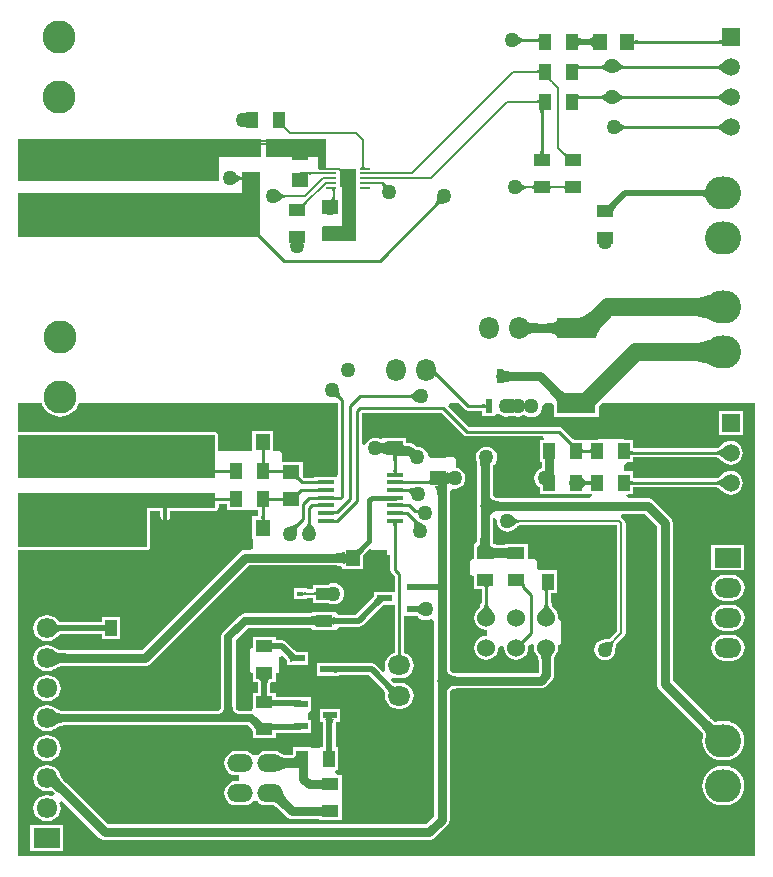
<source format=gtl>
G04*
G04 #@! TF.GenerationSoftware,Altium Limited,Altium Designer,20.1.7 (139)*
G04*
G04 Layer_Physical_Order=1*
G04 Layer_Color=255*
%FSTAX24Y24*%
%MOIN*%
G70*
G04*
G04 #@! TF.SameCoordinates,32A48367-B763-4124-948E-770BFEAF10EB*
G04*
G04*
G04 #@! TF.FilePolarity,Positive*
G04*
G01*
G75*
%ADD13C,0.0157*%
%ADD16C,0.0079*%
%ADD17C,0.0100*%
%ADD19R,0.0354X0.0079*%
%ADD20R,0.0551X0.0591*%
%ADD21R,0.0500X0.0550*%
%ADD22R,0.0472X0.0236*%
%ADD23R,0.0550X0.0500*%
%ADD24R,0.0581X0.0177*%
%ADD25R,0.0550X0.0394*%
G04:AMPARAMS|DCode=26|XSize=11.8mil|YSize=60mil|CornerRadius=3mil|HoleSize=0mil|Usage=FLASHONLY|Rotation=0.000|XOffset=0mil|YOffset=0mil|HoleType=Round|Shape=RoundedRectangle|*
%AMROUNDEDRECTD26*
21,1,0.0118,0.0541,0,0,0.0*
21,1,0.0059,0.0600,0,0,0.0*
1,1,0.0059,0.0030,-0.0270*
1,1,0.0059,-0.0030,-0.0270*
1,1,0.0059,-0.0030,0.0270*
1,1,0.0059,0.0030,0.0270*
%
%ADD26ROUNDEDRECTD26*%
%ADD27R,0.0394X0.0550*%
%ADD28R,0.0217X0.0165*%
%ADD29R,0.1299X0.0709*%
%ADD30R,0.0236X0.0472*%
%ADD31C,0.0600*%
%ADD57C,0.0315*%
%ADD58C,0.0591*%
%ADD59C,0.0197*%
%ADD60C,0.0276*%
%ADD61C,0.0512*%
%ADD62O,0.0860X0.0600*%
%ADD63C,0.1100*%
%ADD64O,0.1200X0.1100*%
%ADD65C,0.0598*%
%ADD66R,0.0598X0.0598*%
%ADD67O,0.0750X0.0650*%
%ADD68O,0.0709X0.0650*%
%ADD69R,0.0900X0.0650*%
%ADD70O,0.0900X0.0650*%
%ADD71O,0.0650X0.0750*%
%ADD72C,0.0500*%
G36*
X027506Y04875D02*
X027505Y048759D01*
X027501Y048768D01*
X027496Y048776D01*
X027489Y048782D01*
X02748Y048787D01*
X027469Y048792D01*
X027456Y048795D01*
X027441Y048798D01*
X027424Y0488D01*
X027404Y0488D01*
Y0489D01*
X027424Y0489D01*
X027441Y048902D01*
X027456Y048905D01*
X027469Y048908D01*
X02748Y048913D01*
X027489Y048918D01*
X027496Y048924D01*
X027501Y048932D01*
X027505Y048941D01*
X027506Y04895D01*
Y04875D01*
D02*
G37*
G36*
X033603Y0487D02*
X033602Y04871D01*
X033599Y048718D01*
X033594Y048726D01*
X033587Y048732D01*
X033578Y048738D01*
X033567Y048742D01*
X033554Y048745D01*
X033538Y048748D01*
X033521Y048749D01*
X033502Y04875D01*
Y04885D01*
X033521Y04885D01*
X033538Y048852D01*
X033554Y048854D01*
X033567Y048858D01*
X033578Y048863D01*
X033587Y048868D01*
X033594Y048875D01*
X033599Y048882D01*
X033602Y048891D01*
X033603Y0489D01*
Y0487D01*
D02*
G37*
G36*
X030699Y048891D02*
X030702Y048882D01*
X030707Y048875D01*
X030714Y048868D01*
X030723Y048863D01*
X030734Y048858D01*
X030747Y048854D01*
X030762Y048852D01*
X03078Y04885D01*
X030799Y04885D01*
Y04875D01*
X03078Y048749D01*
X030762Y048748D01*
X030747Y048745D01*
X030734Y048742D01*
X030723Y048738D01*
X030714Y048732D01*
X030707Y048726D01*
X030702Y048718D01*
X030699Y04871D01*
X030698Y0487D01*
Y0489D01*
X030699Y048891D01*
D02*
G37*
G36*
X026803Y049001D02*
X026849Y048961D01*
X026872Y048945D01*
X026894Y048931D01*
X026915Y04892D01*
X026936Y048911D01*
X026956Y048905D01*
X026976Y048901D01*
X026995Y0489D01*
Y0488D01*
X026976Y048799D01*
X026956Y048795D01*
X026936Y048789D01*
X026915Y04878D01*
X026894Y048769D01*
X026872Y048755D01*
X026849Y048739D01*
X026826Y04872D01*
X026779Y048675D01*
Y049025D01*
X026803Y049001D01*
D02*
G37*
G36*
X029302Y048603D02*
X0293Y048622D01*
X029294Y048639D01*
X029285Y048653D01*
X029271Y048666D01*
X029253Y048677D01*
X029231Y048686D01*
X029205Y048693D01*
X029176Y048698D01*
X029142Y048701D01*
X029104Y048702D01*
Y048898D01*
X029142Y048899D01*
X029176Y048902D01*
X029205Y048907D01*
X029231Y048914D01*
X029253Y048923D01*
X029271Y048934D01*
X029285Y048947D01*
X029294Y048961D01*
X0293Y048978D01*
X029302Y048997D01*
Y048603D01*
D02*
G37*
G36*
X028796Y048978D02*
X028802Y048961D01*
X028812Y048947D01*
X028826Y048934D01*
X028844Y048923D01*
X028866Y048914D01*
X028891Y048907D01*
X028921Y048902D01*
X028955Y048899D01*
X028993Y048898D01*
Y048702D01*
X028955Y048701D01*
X028921Y048698D01*
X028891Y048693D01*
X028866Y048686D01*
X028844Y048677D01*
X028826Y048666D01*
X028812Y048653D01*
X028802Y048639D01*
X028796Y048622D01*
X028794Y048603D01*
Y048997D01*
X028796Y048978D01*
D02*
G37*
G36*
X028795Y04804D02*
X028798Y048032D01*
X028804Y048025D01*
X028811Y048018D01*
X02882Y048012D01*
X028831Y048008D01*
X028844Y048004D01*
X028859Y048002D01*
X028876Y048D01*
X028896Y048D01*
Y0479D01*
X028876Y047899D01*
X028859Y047898D01*
X028844Y047895D01*
X028831Y047892D01*
X02882Y047888D01*
X028811Y047882D01*
X028804Y047875D01*
X028798Y047868D01*
X028795Y04786D01*
X028794Y04785D01*
Y04805D01*
X028795Y04804D01*
D02*
G37*
G36*
X030178Y04811D02*
X030196Y048087D01*
X030214Y048067D01*
X030232Y048049D01*
X030251Y048034D01*
X03027Y048022D01*
X03029Y048012D01*
X03031Y048005D01*
X03033Y048001D01*
X03035Y048D01*
X030329Y0479D01*
X030312Y047899D01*
X030294Y047896D01*
X030274Y04789D01*
X030252Y047883D01*
X030229Y047873D01*
X030178Y047847D01*
X03015Y047831D01*
X03009Y047793D01*
X02995Y04793D01*
X03016Y048136D01*
X030178Y04811D01*
D02*
G37*
G36*
X02995Y04793D02*
X02981Y047793D01*
X02975Y047831D01*
X029722Y047847D01*
X029671Y047873D01*
X029648Y047883D01*
X029626Y04789D01*
X029606Y047896D01*
X029588Y047899D01*
X029571Y0479D01*
X02955Y048D01*
X02957Y048001D01*
X02959Y048005D01*
X02961Y048012D01*
X02963Y048022D01*
X029649Y048034D01*
X029668Y048049D01*
X029686Y048067D01*
X029704Y048087D01*
X029722Y04811D01*
X02974Y048136D01*
X02995Y04793D01*
D02*
G37*
G36*
X033686Y047741D02*
X033656Y047771D01*
X033597Y047822D01*
X03357Y047843D01*
X033543Y04786D01*
X033517Y047874D01*
X033493Y047886D01*
X033469Y047894D01*
X033447Y047898D01*
X033425Y0479D01*
Y048D01*
X033447Y048002D01*
X033469Y048006D01*
X033493Y048014D01*
X033517Y048026D01*
X033543Y04804D01*
X03357Y048057D01*
X033597Y048078D01*
X033656Y048129D01*
X033686Y048159D01*
Y047741D01*
D02*
G37*
G36*
X027506Y047721D02*
X027505Y047729D01*
X027502Y047735D01*
X027498Y047741D01*
X027493Y047746D01*
X027486Y047751D01*
X027477Y047754D01*
X027466Y047757D01*
X027454Y047759D01*
X027441Y04776D01*
X027426Y047761D01*
Y047839D01*
X027441Y04784D01*
X027454Y047841D01*
X027466Y047843D01*
X027477Y047846D01*
X027486Y047849D01*
X027493Y047854D01*
X027498Y047859D01*
X027502Y047865D01*
X027505Y047871D01*
X027506Y047879D01*
Y047721D01*
D02*
G37*
G36*
X027891Y047631D02*
X027889Y047624D01*
Y047616D01*
X027891Y047606D01*
X027896Y047596D01*
X027902Y047584D01*
X027911Y047571D01*
X027922Y047557D01*
X027951Y047526D01*
X027896Y047471D01*
X027879Y047486D01*
X027851Y047511D01*
X027838Y04752D01*
X027826Y047526D01*
X027815Y047531D01*
X027806Y047533D01*
X027798D01*
X02779Y047531D01*
X027784Y047526D01*
X027896Y047638D01*
X027891Y047631D01*
D02*
G37*
G36*
X028795Y047041D02*
X028798Y047032D01*
X028804Y047024D01*
X028811Y047018D01*
X02882Y047013D01*
X028831Y047008D01*
X028844Y047004D01*
X028859Y047002D01*
X028876Y047D01*
X028896Y047D01*
Y0469D01*
X028876Y046899D01*
X028859Y046898D01*
X028844Y046895D01*
X028831Y046892D01*
X02882Y046887D01*
X028811Y046882D01*
X028804Y046876D01*
X028798Y046868D01*
X028795Y046859D01*
X028794Y04685D01*
Y04705D01*
X028795Y047041D01*
D02*
G37*
G36*
X030153Y047101D02*
X030199Y047061D01*
X030222Y047045D01*
X030244Y047031D01*
X030265Y04702D01*
X030286Y047011D01*
X030306Y047005D01*
X030326Y047001D01*
X030345Y047D01*
Y0469D01*
X030326Y046899D01*
X030306Y046895D01*
X030286Y046889D01*
X030265Y04688D01*
X030244Y046869D01*
X030222Y046855D01*
X030199Y046839D01*
X030176Y04682D01*
X030129Y046775D01*
X02995Y04695D01*
X030129Y047125D01*
X030153Y047101D01*
D02*
G37*
G36*
X02995Y04695D02*
X029771Y046775D01*
X029724Y04682D01*
X029701Y046839D01*
X029678Y046855D01*
X029656Y046869D01*
X029635Y04688D01*
X029614Y046889D01*
X029594Y046895D01*
X029574Y046899D01*
X029555Y0469D01*
Y047D01*
X029574Y047001D01*
X029594Y047005D01*
X029614Y047011D01*
X029635Y04702D01*
X029656Y047031D01*
X029678Y047045D01*
X029701Y047061D01*
X029747Y047101D01*
X029771Y047125D01*
X02995Y04695D01*
D02*
G37*
G36*
X033686Y046741D02*
X033656Y046771D01*
X033597Y046822D01*
X03357Y046843D01*
X033543Y04686D01*
X033517Y046874D01*
X033493Y046886D01*
X033469Y046894D01*
X033447Y046898D01*
X033425Y0469D01*
Y047D01*
X033447Y047002D01*
X033469Y047006D01*
X033493Y047014D01*
X033517Y047026D01*
X033543Y04704D01*
X03357Y047057D01*
X033597Y047078D01*
X033656Y047129D01*
X033686Y047159D01*
Y046741D01*
D02*
G37*
G36*
X027506Y046721D02*
X027505Y046729D01*
X027502Y046735D01*
X027498Y046741D01*
X027493Y046746D01*
X027486Y046751D01*
X027477Y046754D01*
X027466Y046757D01*
X027454Y046759D01*
X027441Y04676D01*
X027426Y046761D01*
Y046839D01*
X027441Y04684D01*
X027454Y046841D01*
X027466Y046843D01*
X027477Y046846D01*
X027486Y046849D01*
X027493Y046854D01*
X027498Y046859D01*
X027502Y046865D01*
X027505Y046871D01*
X027506Y046879D01*
Y046721D01*
D02*
G37*
G36*
X02769Y046525D02*
X027682Y046522D01*
X027675Y046517D01*
X027668Y04651D01*
X027662Y046501D01*
X027658Y04649D01*
X027655Y046477D01*
X027652Y046462D01*
X02765Y046445D01*
X02765Y046426D01*
X02755D01*
X02755Y046445D01*
X027548Y046462D01*
X027546Y046477D01*
X027543Y04649D01*
X027539Y046501D01*
X027534Y04651D01*
X027528Y046517D01*
X027521Y046522D01*
X027513Y046525D01*
X027504Y046526D01*
X0277D01*
X02769Y046525D01*
D02*
G37*
G36*
X017894Y046257D02*
X017896Y046255D01*
X017899Y046254D01*
X017903Y046253D01*
X017908Y046252D01*
X017915Y046251D01*
X01793Y04625D01*
X01795Y04625D01*
Y04615D01*
X01794Y04615D01*
X017908Y046148D01*
X017903Y046147D01*
X017899Y046146D01*
X017896Y046145D01*
X017894Y046143D01*
X017893Y046142D01*
Y046258D01*
X017894Y046257D01*
D02*
G37*
G36*
X017756Y0461D02*
X017755Y046109D01*
X017752Y046118D01*
X017746Y046125D01*
X017739Y046132D01*
X01773Y046137D01*
X017719Y046142D01*
X017706Y046146D01*
X017691Y046148D01*
X017674Y04615D01*
X017654Y04615D01*
Y04625D01*
X017674Y046251D01*
X017691Y046252D01*
X017706Y046255D01*
X017719Y046258D01*
X01773Y046262D01*
X017739Y046268D01*
X017746Y046274D01*
X017752Y046282D01*
X017755Y04629D01*
X017756Y0463D01*
Y0461D01*
D02*
G37*
G36*
X01904Y046032D02*
X019038Y046024D01*
X019038Y046016D01*
X01904Y046007D01*
X019045Y045996D01*
X019052Y045984D01*
X019061Y045972D01*
X019072Y045958D01*
X019101Y045926D01*
X019046Y045871D01*
X019029Y045886D01*
X019Y045911D01*
X018987Y04592D01*
X018976Y045927D01*
X018965Y045931D01*
X018956Y045934D01*
X018947Y045934D01*
X01894Y045932D01*
X018934Y045927D01*
X019044Y046038D01*
X01904Y046032D01*
D02*
G37*
G36*
X030203Y046101D02*
X030249Y046061D01*
X030272Y046045D01*
X030294Y046031D01*
X030315Y04602D01*
X030336Y046011D01*
X030356Y046005D01*
X030376Y046001D01*
X030395Y046D01*
Y0459D01*
X030376Y045899D01*
X030356Y045895D01*
X030336Y045889D01*
X030315Y04588D01*
X030294Y045869D01*
X030272Y045855D01*
X030249Y045839D01*
X030226Y04582D01*
X030179Y045775D01*
Y046125D01*
X030203Y046101D01*
D02*
G37*
G36*
X033686Y045741D02*
X033656Y045771D01*
X033597Y045822D01*
X03357Y045843D01*
X033543Y04586D01*
X033517Y045874D01*
X033493Y045886D01*
X033469Y045894D01*
X033447Y045898D01*
X033425Y0459D01*
Y046D01*
X033447Y046002D01*
X033469Y046006D01*
X033493Y046014D01*
X033517Y046026D01*
X033543Y04604D01*
X03357Y046057D01*
X033597Y046078D01*
X033656Y046129D01*
X033686Y046159D01*
Y045741D01*
D02*
G37*
G36*
X02765Y045126D02*
X027652Y045109D01*
X027655Y045094D01*
X027658Y045081D01*
X027662Y04507D01*
X027668Y045061D01*
X027675Y045054D01*
X027682Y045049D01*
X02769Y045045D01*
X0277Y045044D01*
X0275D01*
X02751Y045045D01*
X027518Y045049D01*
X027525Y045054D01*
X027532Y045061D01*
X027538Y04507D01*
X027542Y045081D01*
X027545Y045094D01*
X027548Y045109D01*
X02755Y045126D01*
X02755Y045146D01*
X02765D01*
X02765Y045126D01*
D02*
G37*
G36*
X028392Y045086D02*
X028421Y045061D01*
X028434Y045052D01*
X028446Y045046D01*
X028456Y045041D01*
X028466Y045039D01*
X028474D01*
X028481Y045041D01*
X028488Y045046D01*
X028376Y044934D01*
X028381Y04494D01*
X028383Y044948D01*
Y044956D01*
X028381Y044965D01*
X028376Y044976D01*
X02837Y044988D01*
X028361Y045001D01*
X028349Y045014D01*
X028321Y045046D01*
X028376Y045101D01*
X028392Y045086D01*
D02*
G37*
G36*
X021682Y044667D02*
X021683Y044654D01*
X021685Y044642D01*
X021688Y044631D01*
X021691Y044623D01*
X021696Y044616D01*
X021701Y04461D01*
X021707Y044606D01*
X021713Y044604D01*
X021721Y044603D01*
X021563D01*
X021571Y044604D01*
X021578Y044606D01*
X021583Y04461D01*
X021589Y044616D01*
X021593Y044623D01*
X021596Y044631D01*
X021599Y044642D01*
X021601Y044654D01*
X021602Y044667D01*
X021603Y044682D01*
X021681D01*
X021682Y044667D01*
D02*
G37*
G36*
X0204Y04455D02*
X02015D01*
X02015Y04495D01*
X0184D01*
X0184Y04555D01*
X0204D01*
Y04455D01*
D02*
G37*
G36*
X019825Y044448D02*
X019827Y044448D01*
X019831Y044448D01*
X019874Y044447D01*
X019903Y044447D01*
Y044368D01*
X019887Y044368D01*
X019874Y044367D01*
X019862Y044365D01*
X019852Y044362D01*
X019843Y044358D01*
X019836Y044354D01*
X01983Y044349D01*
X019826Y044343D01*
X019823Y044336D01*
X019823Y044329D01*
X019824Y044449D01*
X019825Y044448D01*
D02*
G37*
G36*
X0182Y0423D02*
X010153D01*
Y04375D01*
X0176D01*
X0176Y044188D01*
X017591Y044192D01*
X017578Y044195D01*
X017568Y044197D01*
X017556Y044195D01*
X017536Y044189D01*
X017515Y04418D01*
X017494Y044169D01*
X017472Y044155D01*
X017449Y044139D01*
X017426Y04412D01*
X017379Y044075D01*
Y044425D01*
X017403Y044401D01*
X017449Y044361D01*
X017472Y044345D01*
X017494Y044331D01*
X017515Y04432D01*
X017536Y044311D01*
X017556Y044305D01*
X017568Y044303D01*
X017578Y044304D01*
X017591Y044308D01*
X0176Y044312D01*
Y04445D01*
X0182D01*
Y0423D01*
D02*
G37*
G36*
X01825Y04495D02*
X01685D01*
Y044273D01*
X016847Y04425D01*
X01685Y044227D01*
Y04415D01*
X010153D01*
Y04555D01*
X01825D01*
Y04495D01*
D02*
G37*
G36*
X0214Y04215D02*
X0203D01*
Y04265D01*
X020948D01*
Y044175D01*
X020998Y044205D01*
X021019Y044196D01*
X02105Y04415D01*
X021096Y044119D01*
X02115Y044108D01*
X021204Y044119D01*
X02125Y04415D01*
X021281Y044196D01*
X021292Y04425D01*
Y04427D01*
X021281Y044324D01*
X02125Y04437D01*
X021167Y044454D01*
X021186Y0445D01*
X0214D01*
Y04215D01*
D02*
G37*
G36*
X028376Y043871D02*
X028375Y043879D01*
X028373Y043885D01*
X028369Y043891D01*
X028364Y043896D01*
X028357Y043901D01*
X028348Y043904D01*
X028338Y043907D01*
X028326Y043909D01*
X028312Y04391D01*
X028297Y043911D01*
Y043989D01*
X028312Y04399D01*
X028326Y043991D01*
X028338Y043993D01*
X028348Y043996D01*
X028357Y043999D01*
X028364Y044004D01*
X028369Y044009D01*
X028373Y044015D01*
X028375Y044021D01*
X028376Y044029D01*
Y043871D01*
D02*
G37*
G36*
X027873Y044021D02*
X027876Y044015D01*
X02788Y044009D01*
X027885Y044004D01*
X027893Y043999D01*
X027901Y043996D01*
X027912Y043993D01*
X027924Y043991D01*
X027937Y04399D01*
X027953Y043989D01*
Y043911D01*
X027937Y04391D01*
X027924Y043909D01*
X027912Y043907D01*
X027901Y043904D01*
X027893Y043901D01*
X027885Y043896D01*
X02788Y043891D01*
X027876Y043885D01*
X027873Y043879D01*
X027873Y043871D01*
Y044029D01*
X027873Y044021D01*
D02*
G37*
G36*
X027326Y043871D02*
X027325Y043879D01*
X027323Y043885D01*
X027319Y043891D01*
X027314Y043896D01*
X027307Y043901D01*
X027298Y043904D01*
X027288Y043907D01*
X027276Y043909D01*
X027262Y04391D01*
X027247Y043911D01*
Y043989D01*
X027262Y04399D01*
X027276Y043991D01*
X027288Y043993D01*
X027298Y043996D01*
X027307Y043999D01*
X027314Y044004D01*
X027319Y044009D01*
X027323Y044015D01*
X027325Y044021D01*
X027326Y044029D01*
Y043871D01*
D02*
G37*
G36*
X020729Y043897D02*
X020722Y043895D01*
X020717Y043891D01*
X020711Y043885D01*
X020707Y043878D01*
X020704Y043869D01*
X020701Y043859D01*
X020699Y043847D01*
X020698Y043833D01*
X020697Y043818D01*
X020619D01*
X020618Y043833D01*
X020617Y043847D01*
X020615Y043859D01*
X020612Y043869D01*
X020609Y043878D01*
X020604Y043885D01*
X020599Y043891D01*
X020593Y043895D01*
X020587Y043897D01*
X020579Y043898D01*
X020737D01*
X020729Y043897D01*
D02*
G37*
G36*
X026905Y044099D02*
X026954Y044056D01*
X026977Y044038D01*
X027Y044023D01*
X027021Y044011D01*
X027041Y044002D01*
X027061Y043995D01*
X027079Y043991D01*
X027097Y043989D01*
Y043911D01*
X027079Y043909D01*
X027061Y043905D01*
X027041Y043898D01*
X027021Y043889D01*
X027Y043877D01*
X026977Y043862D01*
X026954Y043844D01*
X026905Y043801D01*
X026879Y043775D01*
Y044125D01*
X026905Y044099D01*
D02*
G37*
G36*
X033089Y043554D02*
X033086Y043572D01*
X03308Y043589D01*
X033068Y043604D01*
X033052Y043616D01*
X033032Y043627D01*
X033007Y043636D01*
X032978Y043643D01*
X032944Y043648D01*
X032905Y043651D01*
X032862Y043652D01*
Y043848D01*
X032905Y043849D01*
X032944Y043852D01*
X032978Y043857D01*
X033007Y043864D01*
X033032Y043873D01*
X033052Y043884D01*
X033068Y043896D01*
X03308Y043911D01*
X033086Y043928D01*
X033089Y043946D01*
Y043554D01*
D02*
G37*
G36*
X018855Y043799D02*
X018904Y043756D01*
X018927Y043738D01*
X01895Y043723D01*
X018971Y043711D01*
X018991Y043702D01*
X019011Y043695D01*
X019029Y043691D01*
X019047Y043689D01*
Y043611D01*
X019029Y043609D01*
X019011Y043605D01*
X018991Y043598D01*
X018971Y043589D01*
X01895Y043577D01*
X018927Y043562D01*
X018904Y043544D01*
X018855Y043501D01*
X018829Y043475D01*
Y043825D01*
X018855Y043799D01*
D02*
G37*
G36*
X019779Y043424D02*
X019763Y043406D01*
X019736Y043376D01*
X019727Y043362D01*
X01972Y04335D01*
X019715Y04334D01*
X019713Y043331D01*
X019714Y043323D01*
X019717Y043317D01*
X019723Y043312D01*
X019584Y043394D01*
X019592Y043392D01*
X019601Y043391D01*
X019611Y043394D01*
X019623Y043398D01*
X019636Y043405D01*
X019651Y043415D01*
X019667Y043427D01*
X019703Y043459D01*
X019723Y043479D01*
X019779Y043424D01*
D02*
G37*
G36*
X020645Y043628D02*
X020697D01*
X020698Y043612D01*
X020699Y043599D01*
X020701Y043587D01*
X020704Y043576D01*
X020707Y043568D01*
X020711Y04356D01*
X020717Y043555D01*
X020722Y043551D01*
X020729Y043548D01*
X020737Y043548D01*
X02071D01*
X020728Y04349D01*
X020784Y043339D01*
X020469Y043487D01*
X020498Y043497D01*
X020523Y043509D01*
X020545Y043522D01*
X020565Y043536D01*
X020581Y043551D01*
X020595Y043566D01*
X020605Y043583D01*
X020613Y043601D01*
X020617Y04362D01*
X020619Y04364D01*
X020645Y043628D01*
D02*
G37*
G36*
X024348Y0434D02*
X024314Y0434D01*
X024252Y043395D01*
X024225Y043391D01*
X0242Y043385D01*
X024177Y043378D01*
X024156Y043369D01*
X024137Y043359D01*
X02412Y043348D01*
X024106Y043335D01*
X024035Y043406D01*
X024048Y04342D01*
X024059Y043437D01*
X024069Y043456D01*
X024078Y043477D01*
X024085Y0435D01*
X024091Y043525D01*
X024095Y043552D01*
X024098Y043582D01*
X0241Y043647D01*
X024348Y0434D01*
D02*
G37*
G36*
X030113Y043346D02*
X030074Y043305D01*
X030012Y043233D01*
X02999Y043201D01*
X029973Y043171D01*
X029962Y043145D01*
X029956Y043121D01*
X029956Y0431D01*
X029962Y043082D01*
X029973Y043067D01*
X029695Y043344D01*
X029711Y043333D01*
X029729Y043328D01*
X029749Y043328D01*
X029773Y043334D01*
X0298Y043345D01*
X029829Y043362D01*
X029861Y043384D01*
X029896Y043412D01*
X029974Y043485D01*
X030113Y043346D01*
D02*
G37*
G36*
X01949Y04229D02*
X019491Y042273D01*
X019492Y042266D01*
X019494Y04226D01*
X019496Y042254D01*
X019499Y04225D01*
X019501Y042247D01*
X019505Y042244D01*
X019508Y042243D01*
X019392D01*
X019395Y042244D01*
X019399Y042247D01*
X019401Y04225D01*
X019404Y042254D01*
X019406Y04226D01*
X019408Y042266D01*
X019409Y042273D01*
X01941Y042281D01*
X01941Y04229D01*
X019411Y0423D01*
X019489D01*
X01949Y04229D01*
D02*
G37*
G36*
X019521Y042105D02*
X019515Y042102D01*
X019509Y042098D01*
X019504Y042093D01*
X019499Y042086D01*
X019496Y042077D01*
X019493Y042066D01*
X019491Y042054D01*
X01949Y042041D01*
X019489Y042026D01*
X019411D01*
X01941Y042041D01*
X019409Y042054D01*
X019407Y042066D01*
X019404Y042077D01*
X019401Y042086D01*
X019396Y042093D01*
X019391Y042098D01*
X019385Y042102D01*
X019379Y042105D01*
X019371Y042106D01*
X019529D01*
X019521Y042105D01*
D02*
G37*
G36*
X030009Y039741D02*
X029893Y039623D01*
X029551Y039227D01*
X029496Y039148D01*
X029453Y039076D01*
X029423Y039012D01*
X029405Y038955D01*
X029398Y038907D01*
X028993Y039294D01*
X028981Y039296D01*
X028964Y039299D01*
X028947Y039299D01*
Y039338D01*
X02866Y039612D01*
X028705Y039584D01*
X02876Y039574D01*
X028826Y039582D01*
X028903Y039609D01*
X028991Y039655D01*
X02909Y039719D01*
X029199Y039801D01*
X029319Y039902D01*
X029591Y040159D01*
X030009Y039741D01*
D02*
G37*
G36*
X03335Y03946D02*
X033285Y039497D01*
X033216Y03953D01*
X033144Y039559D01*
X033069Y039584D01*
X03299Y039606D01*
X032908Y039623D01*
X032734Y039647D01*
X032642Y039653D01*
X032547Y039655D01*
Y040245D01*
X032642Y040247D01*
X032823Y040263D01*
X032908Y040277D01*
X033069Y040316D01*
X033144Y040341D01*
X033216Y04037D01*
X033285Y040403D01*
X03335Y040441D01*
Y03946D01*
D02*
G37*
G36*
X027041Y039534D02*
X027054Y039508D01*
X027076Y039484D01*
X027106Y039464D01*
X027145Y039447D01*
X027193Y039433D01*
X027249Y039422D01*
X027315Y039414D01*
X027388Y039409D01*
X027471Y039407D01*
Y039093D01*
X027388Y039091D01*
X027249Y039078D01*
X027193Y039067D01*
X027145Y039053D01*
X027106Y039036D01*
X027076Y039016D01*
X027054Y038992D01*
X027041Y038966D01*
X027037Y038936D01*
Y039564D01*
X027041Y039534D01*
D02*
G37*
G36*
X028103Y038935D02*
X0281Y038965D01*
X02809Y038992D01*
X028074Y039015D01*
X028052Y039036D01*
X028024Y039053D01*
X027989Y039067D01*
X027948Y039078D01*
X0279Y039086D01*
X027847Y039091D01*
X027787Y039093D01*
Y039407D01*
X027847Y039409D01*
X0279Y039414D01*
X027948Y039422D01*
X027989Y039433D01*
X028024Y039447D01*
X028052Y039464D01*
X028074Y039485D01*
X02809Y039508D01*
X0281Y039535D01*
X028103Y039565D01*
Y038935D01*
D02*
G37*
G36*
X03335Y037959D02*
X033285Y037997D01*
X033216Y03803D01*
X033144Y038059D01*
X033069Y038084D01*
X03299Y038106D01*
X032908Y038123D01*
X032734Y038147D01*
X032642Y038153D01*
X032547Y038155D01*
Y038745D01*
X032642Y038747D01*
X032823Y038763D01*
X032908Y038777D01*
X033069Y038816D01*
X033144Y038841D01*
X033216Y03887D01*
X033285Y038903D01*
X03335Y03894D01*
Y037959D01*
D02*
G37*
G36*
X024073Y037854D02*
X024073Y037842D01*
X024076Y037829D01*
X02408Y037816D01*
X024086Y037802D01*
X024094Y037788D01*
X024104Y037773D01*
X024116Y037757D01*
X02413Y037741D01*
X024146Y037725D01*
X024122Y037607D01*
X024106Y037623D01*
X024091Y037635D01*
X024078Y037645D01*
X024066Y037651D01*
X024056Y037655D01*
X024047Y037656D01*
X02404Y037655D01*
X024034Y03765D01*
X024029Y037642D01*
X024026Y037632D01*
X024074Y037866D01*
X024073Y037854D01*
D02*
G37*
G36*
X02632Y037862D02*
X02633Y037849D01*
X026345Y037838D01*
X026367Y037828D01*
X026396Y037819D01*
X02643Y037812D01*
X026471Y037807D01*
X026572Y0378D01*
X026632Y0378D01*
Y037485D01*
X026572Y037484D01*
X02643Y037472D01*
X026396Y037465D01*
X026367Y037457D01*
X026345Y037447D01*
X02633Y037435D01*
X02632Y037422D01*
X026317Y037407D01*
Y037877D01*
X02632Y037862D01*
D02*
G37*
G36*
X02085Y037164D02*
X020855Y037102D01*
X020859Y037075D01*
X020865Y03705D01*
X020872Y037027D01*
X020881Y037006D01*
X020891Y036987D01*
X020902Y03697D01*
X020915Y036956D01*
X020844Y036885D01*
X02083Y036898D01*
X020813Y036909D01*
X020794Y036919D01*
X020773Y036928D01*
X02075Y036935D01*
X020725Y036941D01*
X020698Y036945D01*
X020668Y036948D01*
X020603Y03695D01*
X02085Y037197D01*
X02085Y037164D01*
D02*
G37*
G36*
X023402Y036806D02*
X023378Y036829D01*
X023331Y036869D01*
X023309Y036886D01*
X023287Y036899D01*
X023265Y036911D01*
X023245Y036919D01*
X023224Y036926D01*
X023205Y036929D01*
X023186Y036931D01*
Y037031D01*
X023205Y037032D01*
X023224Y037036D01*
X023245Y037042D01*
X023265Y037051D01*
X023287Y037062D01*
X023309Y037076D01*
X023331Y037092D01*
X023354Y037111D01*
X023402Y037156D01*
Y036806D01*
D02*
G37*
G36*
X028166Y037254D02*
X028282Y037156D01*
X028333Y03712D01*
X02838Y037093D01*
X028422Y037076D01*
X02846Y037067D01*
X028494D01*
X028523Y037076D01*
X028547Y037093D01*
X028102Y036648D01*
X028119Y036672D01*
X028128Y036701D01*
Y036735D01*
X028119Y036773D01*
X028102Y036815D01*
X028075Y036862D01*
X028039Y036913D01*
X027995Y036969D01*
X027879Y037093D01*
X028102Y037316D01*
X028166Y037254D01*
D02*
G37*
G36*
X02571Y036558D02*
X025709Y036567D01*
X025706Y036576D01*
X025701Y036583D01*
X025694Y03659D01*
X025685Y036595D01*
X025674Y0366D01*
X025661Y036603D01*
X025646Y036606D01*
X025628Y036607D01*
X025609Y036608D01*
Y036708D01*
X025628Y036708D01*
X025646Y03671D01*
X025661Y036712D01*
X025674Y036716D01*
X025685Y03672D01*
X025694Y036726D01*
X025701Y036732D01*
X025706Y03674D01*
X025709Y036748D01*
X02571Y036758D01*
Y036558D01*
D02*
G37*
G36*
X028844Y036524D02*
X028832Y036535D01*
X028799Y036562D01*
X028789Y036568D01*
X02878Y036573D01*
X028771Y036577D01*
X028764Y03658D01*
X028757Y036582D01*
X02875Y036583D01*
Y036898D01*
X028757Y036898D01*
X028764Y0369D01*
X028771Y036903D01*
X02878Y036907D01*
X028789Y036912D01*
X028799Y036919D01*
X02882Y036935D01*
X028844Y036957D01*
Y036524D01*
D02*
G37*
G36*
X026621Y036483D02*
X026616Y036486D01*
X026607Y036489D01*
X026594Y036492D01*
X026578Y036494D01*
X026533Y036498D01*
X0264Y0365D01*
Y036815D01*
X026439Y036816D01*
X026607Y036827D01*
X026616Y03683D01*
X026621Y036833D01*
Y036483D01*
D02*
G37*
G36*
X020797Y034413D02*
X020784Y0343D01*
X020003D01*
Y034265D01*
X019677D01*
X019649Y034292D01*
X019635Y034308D01*
X019625Y03432D01*
Y0348D01*
X018943D01*
X018942Y03505D01*
X018938Y03507D01*
X018934Y035089D01*
X018934Y035089D01*
X018934Y035089D01*
X018923Y035106D01*
X018912Y035122D01*
X018912Y035122D01*
X018912Y035122D01*
X018895Y035133D01*
X018879Y035144D01*
X018879Y035144D01*
X018879Y035144D01*
X018859Y035148D01*
X01884Y035152D01*
X01865D01*
Y035825D01*
X01795D01*
Y035152D01*
X016802Y035152D01*
Y0357D01*
X016794Y035739D01*
X016772Y035772D01*
X016739Y035794D01*
X0167Y035802D01*
X010153D01*
Y03675D01*
X010931D01*
X010947Y0367D01*
X011007Y036587D01*
X011088Y036488D01*
X011187Y036407D01*
X0113Y036347D01*
X011423Y036309D01*
X01155Y036297D01*
X011677Y036309D01*
X0118Y036347D01*
X011913Y036407D01*
X012012Y036488D01*
X012093Y036587D01*
X012153Y0367D01*
X012169Y03675D01*
X020797D01*
Y034413D01*
D02*
G37*
G36*
X034697Y021653D02*
X010153D01*
Y031848D01*
X01445D01*
X014489Y031856D01*
X014522Y031878D01*
X014544Y031911D01*
X014552Y03195D01*
Y033148D01*
X014888D01*
Y03298D01*
X014898Y032929D01*
X014927Y032886D01*
X01497Y032858D01*
X01502Y032847D01*
X01508D01*
X01513Y032858D01*
X015173Y032886D01*
X015202Y032929D01*
X015212Y03298D01*
Y033148D01*
X0167D01*
X016739Y033156D01*
X016772Y033178D01*
X016794Y033211D01*
X016802Y03325D01*
Y033253D01*
X016825D01*
Y033397D01*
X017103D01*
Y033175D01*
X017697D01*
Y033196D01*
X018003Y033196D01*
Y033175D01*
X018147D01*
Y032975D01*
X01795D01*
Y032225D01*
X01796D01*
X01796Y0319D01*
X017847Y03186D01*
X017718D01*
X017651Y031851D01*
X017588Y031825D01*
X017534Y031784D01*
X01426Y02851D01*
X011723D01*
X011629Y028514D01*
X011587Y028519D01*
X011547Y028526D01*
X01151Y028534D01*
X011477Y028544D01*
X011447Y028556D01*
X01142Y028569D01*
X011396Y028584D01*
X011371Y028602D01*
X011364Y028606D01*
X011344Y028621D01*
X01124Y028664D01*
X011129Y028679D01*
X011071D01*
X01096Y028664D01*
X010856Y028621D01*
X010768Y028553D01*
X010699Y028464D01*
X010657Y028361D01*
X010642Y02825D01*
X010657Y028139D01*
X010699Y028036D01*
X010768Y027947D01*
X010856Y027879D01*
X01096Y027836D01*
X011071Y027821D01*
X011129D01*
X01124Y027836D01*
X011344Y027879D01*
X011364Y027894D01*
X011371Y027898D01*
X011396Y027916D01*
X01142Y027931D01*
X011447Y027944D01*
X011477Y027956D01*
X01151Y027966D01*
X011547Y027974D01*
X011586Y027981D01*
X011678Y02799D01*
X011716Y02799D01*
X014368D01*
X014435Y027999D01*
X014498Y028025D01*
X014552Y028066D01*
X017826Y03134D01*
X020749D01*
X020792Y031339D01*
X02084Y031336D01*
X020857Y031334D01*
X02095Y031275D01*
X02095Y031225D01*
X021051Y031224D01*
X021055Y031225D01*
X021068Y031225D01*
X02165D01*
Y03168D01*
X021651Y031681D01*
X021663Y031699D01*
X021699Y031742D01*
X02185Y031893D01*
X02196Y031848D01*
Y0318D01*
X021967Y031761D01*
X021989Y031728D01*
X022023Y031706D01*
X022062Y031698D01*
X022554Y031698D01*
Y031193D01*
X022565Y031135D01*
X022599Y031085D01*
X022697Y030987D01*
Y030585D01*
X022694Y030468D01*
X022579Y030468D01*
X02214D01*
X022132Y030468D01*
X02213Y030469D01*
X022022Y030468D01*
Y030449D01*
X022012Y030335D01*
X022009Y030329D01*
X022Y030313D01*
X021989Y030295D01*
X021975Y030276D01*
X021946Y030242D01*
X021406Y029702D01*
X020825D01*
X020725Y029797D01*
X020624Y029798D01*
X02062Y029797D01*
X020615D01*
X020613Y029797D01*
X020612Y029797D01*
X020607Y029797D01*
X020093D01*
X02008Y029797D01*
X020076Y029798D01*
X019975Y029797D01*
X01986Y029742D01*
X0177D01*
X017607Y029724D01*
X017529Y029671D01*
X016979Y029121D01*
X016926Y029043D01*
X016908Y02895D01*
Y02662D01*
X016902Y026589D01*
X016893Y026563D01*
X016883Y026544D01*
X016871Y026529D01*
X016856Y026517D01*
X016837Y026507D01*
X016811Y026498D01*
X01678Y026492D01*
X011643D01*
X011623Y026494D01*
X011588Y0265D01*
X011554Y026508D01*
X011521Y026518D01*
X01149Y02653D01*
X01146Y026544D01*
X01143Y02656D01*
X011402Y026579D01*
X011372Y026602D01*
X011365Y026605D01*
X011344Y026621D01*
X01124Y026664D01*
X011129Y026679D01*
X011071D01*
X01096Y026664D01*
X010856Y026621D01*
X010768Y026553D01*
X010699Y026464D01*
X010657Y026361D01*
X010642Y02625D01*
X010657Y026139D01*
X010699Y026036D01*
X010768Y025947D01*
X010856Y025879D01*
X01096Y025836D01*
X011071Y025821D01*
X011129D01*
X01124Y025836D01*
X011344Y025879D01*
X011365Y025895D01*
X011372Y025898D01*
X011402Y025921D01*
X01143Y02594D01*
X01146Y025956D01*
X01149Y02597D01*
X011521Y025982D01*
X011554Y025992D01*
X011588Y026D01*
X011623Y026006D01*
X011643Y026008D01*
X017821D01*
X017877Y025952D01*
X017926Y025897D01*
X017951Y025865D01*
X017969Y025838D01*
X017975Y025829D01*
Y025791D01*
X017974Y025787D01*
X017975Y025783D01*
Y025603D01*
X018725D01*
Y025754D01*
X019538D01*
X019558Y025758D01*
X019894D01*
Y026194D01*
X019803D01*
X019802Y026422D01*
X019885Y026506D01*
X019894D01*
Y026942D01*
X019558D01*
X019538Y026946D01*
X018725D01*
Y027097D01*
X018552D01*
Y027401D01*
X018554Y027416D01*
X018557Y027437D01*
X018561Y027452D01*
X018562Y027453D01*
X018725D01*
Y027635D01*
X018751Y027748D01*
X018771Y027752D01*
X01879Y027756D01*
X01879Y027756D01*
X01879Y027756D01*
X01879Y027756D01*
X01879Y027756D01*
X018807Y027767D01*
X018823Y027778D01*
X018823Y027778D01*
X018823Y027778D01*
X018834Y027794D01*
X018845Y027811D01*
X018845Y027811D01*
X018845Y027811D01*
X018849Y027831D01*
X018853Y02785D01*
X018853Y02785D01*
X018853Y02785D01*
X018853Y02785D01*
X018851Y028285D01*
X018969Y028334D01*
X019046Y028258D01*
X019075Y028224D01*
X019089Y028205D01*
X0191Y028187D01*
X019109Y028171D01*
X019112Y028165D01*
X019122Y028051D01*
X019122Y028032D01*
X01923Y028031D01*
X019232Y028032D01*
X01924Y028032D01*
X019794D01*
Y028468D01*
X019511D01*
X01951Y028468D01*
X019507Y028468D01*
X019427D01*
X019419Y028473D01*
X019395Y02849D01*
X01934Y028536D01*
X019083Y028793D01*
X019017Y028837D01*
X01894Y028852D01*
X018725D01*
Y028947D01*
X017975D01*
Y028602D01*
X017962D01*
X017923Y028594D01*
X017889Y028572D01*
X017867Y028539D01*
X01786Y0285D01*
X01786Y02785D01*
X017867Y027811D01*
X017889Y027778D01*
X017923Y027756D01*
X017962Y027748D01*
X017975D01*
Y027453D01*
X018138D01*
X018139Y027452D01*
X018143Y027437D01*
X018146Y027416D01*
X018148Y027401D01*
Y027097D01*
X017975D01*
Y026602D01*
X017925Y026498D01*
X017861Y026492D01*
X01752D01*
X017489Y026498D01*
X017463Y026507D01*
X017444Y026517D01*
X017429Y026529D01*
X017417Y026544D01*
X017407Y026563D01*
X017398Y026589D01*
X017392Y02662D01*
Y02885D01*
X0178Y029258D01*
X01986D01*
X019975Y029203D01*
X020076Y029202D01*
X02008Y029203D01*
X020093Y029203D01*
X020607D01*
X020612Y029203D01*
X020613Y029203D01*
X020615Y029203D01*
X02062D01*
X020624Y029202D01*
X020725Y029203D01*
X020825Y029298D01*
X02149D01*
X021567Y029313D01*
X021633Y029357D01*
X022231Y029955D01*
X022266Y029987D01*
X022294Y03001D01*
X022319Y030028D01*
X022327Y030032D01*
X022694Y030032D01*
X022697Y029915D01*
Y028425D01*
X022689Y028424D01*
X022586Y028381D01*
X022497Y028313D01*
X022429Y028224D01*
X022386Y028121D01*
X022371Y02801D01*
X022386Y027899D01*
X022408Y027845D01*
X022308Y027778D01*
X022067Y028019D01*
X022001Y028063D01*
X021924Y028078D01*
X020896D01*
X020778Y028094D01*
X020677Y028095D01*
X020673Y028094D01*
X020666D01*
X020665Y028094D01*
X020665Y028094D01*
X02066Y028094D01*
X020106D01*
Y027658D01*
X02066D01*
X020665Y027658D01*
X020665Y027658D01*
X020666Y027658D01*
X020673D01*
X020677Y027657D01*
X020778Y027658D01*
X020896Y027674D01*
X02184D01*
X02234Y027174D01*
X022355Y027157D01*
X022373Y027133D01*
X022386Y027113D01*
X022387Y027112D01*
X022386Y027111D01*
X022371Y027D01*
X022386Y026889D01*
X022429Y026786D01*
X022497Y026697D01*
X022586Y026629D01*
X022689Y026586D01*
X0228Y026571D01*
X0229D01*
X023011Y026586D01*
X023114Y026629D01*
X023203Y026697D01*
X023271Y026786D01*
X023314Y026889D01*
X023329Y027D01*
X023314Y027111D01*
X023271Y027214D01*
X023203Y027303D01*
X023114Y027371D01*
X023011Y027414D01*
X0229Y027429D01*
X0228D01*
X022689Y027414D01*
X022688Y027413D01*
X022687Y027414D01*
X022669Y027426D01*
X022622Y027464D01*
X022568Y027518D01*
X022635Y027618D01*
X022689Y027596D01*
X0228Y027581D01*
X0229D01*
X023011Y027596D01*
X023114Y027639D01*
X023203Y027707D01*
X023271Y027796D01*
X023314Y027899D01*
X023329Y02801D01*
X023314Y028121D01*
X023271Y028224D01*
X023203Y028313D01*
X023114Y028381D01*
X023011Y028424D01*
X023003Y028425D01*
Y029541D01*
X023006Y029658D01*
X023448D01*
X023448Y029657D01*
X023452Y029654D01*
X023455Y02965D01*
X023458Y029648D01*
X023474Y029626D01*
X023548Y02957D01*
X023633Y029535D01*
X023724Y029523D01*
X023815Y029535D01*
X02389Y029566D01*
X023933Y02955D01*
X024008Y029504D01*
Y0275D01*
Y022975D01*
X023742Y02271D01*
X013133D01*
X011736Y024106D01*
X011713Y02413D01*
X011648Y024203D01*
X011623Y024235D01*
X011578Y0243D01*
X011561Y024328D01*
X011547Y024355D01*
X011536Y024381D01*
X011526Y024408D01*
X011521Y024418D01*
X011517Y024428D01*
X011515Y02443D01*
X011501Y024464D01*
X011432Y024553D01*
X011344Y024621D01*
X01124Y024664D01*
X011129Y024679D01*
X011071D01*
X01096Y024664D01*
X010856Y024621D01*
X010768Y024553D01*
X010699Y024464D01*
X010657Y024361D01*
X010642Y02425D01*
X010657Y024139D01*
X010699Y024036D01*
X010768Y023947D01*
X010856Y023879D01*
X01096Y023836D01*
X011071Y023821D01*
X011129D01*
X01124Y023836D01*
X011242Y023834D01*
X011281Y023809D01*
X011361Y023742D01*
X011299Y02364D01*
X01124Y023664D01*
X011129Y023679D01*
X011071D01*
X01096Y023664D01*
X010856Y023621D01*
X010768Y023553D01*
X010699Y023464D01*
X010657Y023361D01*
X010642Y02325D01*
X010657Y023139D01*
X010699Y023036D01*
X010768Y022947D01*
X010856Y022879D01*
X01096Y022836D01*
X011071Y022821D01*
X011129D01*
X01124Y022836D01*
X011344Y022879D01*
X011432Y022947D01*
X011501Y023036D01*
X011543Y023139D01*
X011558Y02325D01*
X011543Y023361D01*
X011518Y023423D01*
X011618Y02349D01*
X012841Y022266D01*
X012895Y022225D01*
X012958Y022199D01*
X013025Y02219D01*
X02385D01*
X023917Y022199D01*
X02398Y022225D01*
X024034Y022266D01*
X024451Y022684D01*
X024492Y022738D01*
X024518Y0228D01*
X024527Y022868D01*
Y02703D01*
X02453Y027076D01*
X024537Y027116D01*
X024547Y027148D01*
X024561Y027172D01*
X024576Y027191D01*
X024595Y027207D01*
X02462Y02722D01*
X024652Y027231D01*
X024692Y027238D01*
X024738Y02724D01*
X027566D01*
X027633Y027249D01*
X027695Y027275D01*
X027749Y027316D01*
X027934Y027501D01*
X027975Y027555D01*
X028001Y027617D01*
X02801Y027685D01*
Y028188D01*
X02801Y0282D01*
X028013Y028252D01*
X028016Y028272D01*
X028019Y028289D01*
X028023Y028303D01*
X028027Y028313D01*
X028029Y02832D01*
X028031Y028322D01*
X028032Y028324D01*
X028036Y028328D01*
X028037Y028329D01*
X028089Y028398D01*
X02813Y028496D01*
X028141Y028581D01*
X028143Y0286D01*
X028143Y0286D01*
X028151Y028695D01*
X028171Y028698D01*
X02819Y028702D01*
X02819Y028702D01*
X02819Y028702D01*
X02819Y028702D01*
X02819Y028702D01*
X028207Y028713D01*
X028223Y028724D01*
X028223Y028725D01*
X028223Y028725D01*
X028234Y028741D01*
X028245Y028758D01*
X028245Y028758D01*
X028245Y028758D01*
X028249Y028777D01*
X028253Y028797D01*
X028253Y028797D01*
X028253Y028797D01*
X028253Y028797D01*
X028251Y029447D01*
X028247Y029466D01*
X028243Y029486D01*
X028243Y029486D01*
X028243Y029486D01*
X028232Y029502D01*
X028221Y029519D01*
X028221Y029519D01*
X028221Y029519D01*
X028204Y02953D01*
X028188Y029541D01*
X028188Y029541D01*
X028187Y029541D01*
X028168Y029545D01*
X028149Y029549D01*
X028147Y029551D01*
X028153Y0296D01*
X02814Y029704D01*
X028099Y029802D01*
X028035Y029885D01*
X028026Y029892D01*
X028004Y029914D01*
X027958Y029968D01*
X027946Y029983D01*
X027947Y029985D01*
X027951Y029998D01*
X02795Y030005D01*
X027952Y030011D01*
X027949Y030024D01*
X027948Y030038D01*
X027945Y030044D01*
X027944Y03005D01*
X027936Y030061D01*
X02793Y030074D01*
X027925Y030078D01*
X027922Y030083D01*
X02791Y030091D01*
X027903Y030097D01*
X027903Y030101D01*
Y030425D01*
X028097D01*
Y031175D01*
X027534D01*
X027503Y031175D01*
X027442Y031268D01*
X027442Y03145D01*
X027438Y03147D01*
X027434Y031489D01*
X027434Y031489D01*
X027434Y031489D01*
X027423Y031506D01*
X027412Y031522D01*
X027412Y031522D01*
X027412Y031522D01*
X027395Y031533D01*
X027379Y031544D01*
X027379Y031544D01*
X027378Y031544D01*
X027359Y031548D01*
X02734Y031552D01*
X027125D01*
Y032047D01*
X026493D01*
X026481Y032047D01*
X026478Y032048D01*
X026476Y032048D01*
X026476Y032048D01*
X026375Y032047D01*
Y03202D01*
X026231Y032011D01*
X026133Y032013D01*
X026075Y032017D01*
Y032047D01*
X025988D01*
X025982Y03206D01*
X025975Y032084D01*
X025969Y032115D01*
X025961Y032206D01*
X02596Y032248D01*
Y032855D01*
X025962Y032901D01*
X025969Y032937D01*
X026016Y032956D01*
X026053Y032937D01*
X026104Y032871D01*
X026097Y032818D01*
X026109Y032726D01*
X026144Y032641D01*
X0262Y032568D01*
X026273Y032512D01*
X026359Y032477D01*
X02645Y032464D01*
X026541Y032477D01*
X026627Y032512D01*
X0267Y032568D01*
X026704Y032574D01*
X026724Y032594D01*
X026769Y032633D01*
X026786Y032646D01*
X026803Y032657D01*
X026818Y032666D01*
X02683Y032671D01*
X026839Y032674D01*
X026843Y032675D01*
X030108D01*
Y029139D01*
X029877Y028908D01*
X029874Y028906D01*
X029865Y028902D01*
X029853Y028897D01*
X029837Y028893D01*
X029817Y028889D01*
X029795Y028886D01*
X029736Y028882D01*
X029708Y028882D01*
X0297Y028883D01*
X029609Y028871D01*
X029523Y028836D01*
X02945Y02878D01*
X029394Y028707D01*
X029359Y028621D01*
X029347Y02853D01*
X029359Y028439D01*
X029394Y028353D01*
X02945Y02828D01*
X029523Y028224D01*
X029609Y028189D01*
X0297Y028177D01*
X029791Y028189D01*
X029877Y028224D01*
X02995Y02828D01*
X030006Y028353D01*
X030041Y028439D01*
X030053Y02853D01*
X030052Y028538D01*
X030052Y028566D01*
X030056Y028625D01*
X030059Y028647D01*
X030063Y028667D01*
X030067Y028683D01*
X030072Y028695D01*
X030076Y028704D01*
X030078Y028707D01*
X03035Y02898D01*
X030381Y029026D01*
X030392Y02908D01*
Y03275D01*
X030381Y032804D01*
X03035Y03285D01*
X030283Y032918D01*
X030237Y032949D01*
X030257Y033065D01*
X031017D01*
X03144Y032642D01*
Y0274D01*
X031449Y027333D01*
X031475Y02727D01*
X031516Y027216D01*
X032829Y025903D01*
X03287Y025861D01*
X03291Y025815D01*
X032941Y025774D01*
X032965Y025738D01*
X03298Y025708D01*
X032982Y025702D01*
X032959Y025627D01*
X032947Y0255D01*
X032959Y025373D01*
X032997Y02525D01*
X033057Y025137D01*
X033138Y025038D01*
X033237Y024957D01*
X03335Y024897D01*
X033473Y024859D01*
X0336Y024847D01*
X0337D01*
X033827Y024859D01*
X03395Y024897D01*
X034063Y024957D01*
X034162Y025038D01*
X034243Y025137D01*
X034303Y02525D01*
X034341Y025373D01*
X034353Y0255D01*
X034341Y025627D01*
X034303Y02575D01*
X034243Y025863D01*
X034162Y025962D01*
X034063Y026043D01*
X03395Y026103D01*
X033827Y026141D01*
X0337Y026153D01*
X0336D01*
X033473Y026141D01*
X033398Y026118D01*
X033392Y02612D01*
X033362Y026135D01*
X033328Y026158D01*
X033238Y026231D01*
X033197Y026271D01*
X03196Y027508D01*
Y03275D01*
X031951Y032817D01*
X031925Y03288D01*
X031884Y032934D01*
X031309Y033509D01*
X031255Y03355D01*
X031192Y033576D01*
X031125Y033585D01*
X030492D01*
X030466Y033604D01*
X030422Y033695D01*
X030425Y033705D01*
X030456Y033725D01*
X030647D01*
Y033947D01*
X033433D01*
X033442Y033945D01*
X033455Y033941D01*
X033471Y033933D01*
X03349Y033923D01*
X033511Y033909D01*
X033533Y033893D01*
X033586Y033846D01*
X033609Y033824D01*
X033615Y033815D01*
X033699Y033751D01*
X033796Y033711D01*
X0339Y033697D01*
X034004Y033711D01*
X034101Y033751D01*
X034185Y033815D01*
X034249Y033899D01*
X034289Y033996D01*
X034303Y0341D01*
X034289Y034204D01*
X034249Y034301D01*
X034185Y034385D01*
X034101Y034449D01*
X034004Y034489D01*
X0339Y034503D01*
X033796Y034489D01*
X033699Y034449D01*
X033615Y034385D01*
X033609Y034376D01*
X033586Y034354D01*
X033533Y034307D01*
X033511Y034291D01*
X03349Y034277D01*
X033471Y034267D01*
X033455Y034259D01*
X033442Y034255D01*
X033433Y034253D01*
X030647D01*
Y034475D01*
X03035D01*
X03035Y034677D01*
X030441Y034775D01*
X030647D01*
Y034947D01*
X033433D01*
X033442Y034945D01*
X033455Y034941D01*
X033471Y034933D01*
X03349Y034923D01*
X033511Y034909D01*
X033533Y034893D01*
X033586Y034846D01*
X033609Y034824D01*
X033615Y034815D01*
X033699Y034751D01*
X033796Y034711D01*
X0339Y034697D01*
X034004Y034711D01*
X034101Y034751D01*
X034185Y034815D01*
X034249Y034899D01*
X034289Y034996D01*
X034303Y0351D01*
X034289Y035204D01*
X034249Y035301D01*
X034185Y035385D01*
X034101Y035449D01*
X034004Y035489D01*
X0339Y035503D01*
X033796Y035489D01*
X033699Y035449D01*
X033615Y035385D01*
X033609Y035376D01*
X033586Y035354D01*
X033533Y035307D01*
X033511Y035291D01*
X03349Y035277D01*
X033471Y035267D01*
X033455Y035259D01*
X033442Y035255D01*
X033433Y035253D01*
X030647D01*
Y035525D01*
X030367D01*
X030354Y035533D01*
X030338Y035544D01*
X030338Y035544D01*
X030337Y035544D01*
X030318Y035548D01*
X030299Y035552D01*
X029512Y035552D01*
X029473Y035544D01*
X029444Y035525D01*
X029153D01*
Y035525D01*
X029047D01*
Y035525D01*
X028717D01*
X028704Y035533D01*
X028688Y035544D01*
X028688Y035544D01*
X028687Y035544D01*
X028668Y035548D01*
X028649Y035552D01*
X028642D01*
X028286Y035908D01*
X028237Y035941D01*
X028178Y035953D01*
X025163D01*
X024484Y036632D01*
X024533Y03675D01*
X024834D01*
X025034Y03655D01*
X025084Y036517D01*
X025142Y036505D01*
X025608D01*
Y036322D01*
X026044D01*
Y036353D01*
X026113Y036389D01*
X026162Y036399D01*
X026223Y036352D01*
X026309Y036317D01*
X0264Y036305D01*
X026491Y036317D01*
X026503Y036322D01*
X026697D01*
X026709Y036317D01*
X0268Y036305D01*
X026891Y036317D01*
X026977Y036352D01*
X027015Y036382D01*
X027071Y036339D01*
X027157Y036303D01*
X02725Y036291D01*
X027343Y036303D01*
X027429Y036339D01*
X027504Y036396D01*
X027561Y036471D01*
X027597Y036557D01*
X027609Y03665D01*
X027715Y03675D01*
X027935D01*
X028Y036648D01*
X028Y036644D01*
Y036286D01*
X0295D01*
Y036631D01*
X029619Y03675D01*
X034697D01*
Y021653D01*
D02*
G37*
G36*
X022426Y035001D02*
X022423Y035019D01*
X022414Y035034D01*
X022398Y035048D01*
X022376Y03506D01*
X022347Y03507D01*
X022313Y035078D01*
X022272Y035084D01*
X022259Y035086D01*
X022251Y035084D01*
X022241Y035081D01*
X022233Y035078D01*
X022229Y035075D01*
Y035088D01*
X022225Y035089D01*
X022111Y035093D01*
Y035407D01*
X022171Y035408D01*
X022229Y035413D01*
Y035425D01*
X022233Y035422D01*
X022241Y035419D01*
X022251Y035416D01*
X022258Y035415D01*
X022272Y035416D01*
X022313Y035422D01*
X022347Y03543D01*
X022376Y03544D01*
X022398Y035452D01*
X022414Y035466D01*
X022423Y035481D01*
X022426Y035499D01*
Y035001D01*
D02*
G37*
G36*
X029256Y03505D02*
X029255Y035059D01*
X029251Y035068D01*
X029246Y035076D01*
X029239Y035082D01*
X02923Y035087D01*
X029219Y035092D01*
X029206Y035096D01*
X029191Y035098D01*
X029174Y035099D01*
X029154Y0351D01*
Y0352D01*
X029174Y035201D01*
X029191Y035202D01*
X029206Y035205D01*
X029219Y035208D01*
X02923Y035213D01*
X029239Y035218D01*
X029246Y035224D01*
X029251Y035232D01*
X029255Y03524D01*
X029256Y03525D01*
Y03505D01*
D02*
G37*
G36*
X028945Y03524D02*
X028949Y035232D01*
X028954Y035224D01*
X028961Y035218D01*
X02897Y035213D01*
X028981Y035208D01*
X028994Y035205D01*
X029009Y035202D01*
X029026Y035201D01*
X029046Y0352D01*
Y0351D01*
X029026Y035099D01*
X029009Y035098D01*
X028994Y035096D01*
X028981Y035092D01*
X02897Y035087D01*
X028961Y035082D01*
X028954Y035076D01*
X028949Y035068D01*
X028945Y035059D01*
X028944Y03505D01*
Y03525D01*
X028945Y03524D01*
D02*
G37*
G36*
X030545Y03519D02*
X030548Y035182D01*
X030554Y035175D01*
X030561Y035168D01*
X03057Y035162D01*
X030581Y035158D01*
X030594Y035155D01*
X030609Y035152D01*
X030626Y03515D01*
X030646Y03515D01*
Y03505D01*
X030626Y03505D01*
X030609Y035048D01*
X030594Y035045D01*
X030581Y035042D01*
X03057Y035038D01*
X030561Y035032D01*
X030554Y035025D01*
X030548Y035018D01*
X030545Y03501D01*
X030544Y035D01*
Y0352D01*
X030545Y03519D01*
D02*
G37*
G36*
X022976Y035365D02*
X022983Y035354D01*
X022993Y035345D01*
X023009Y035337D01*
X023028Y03533D01*
X023053Y035325D01*
X023081Y03532D01*
X023114Y035317D01*
X023192Y035315D01*
Y035D01*
X022974Y035001D01*
Y035376D01*
X022976Y035365D01*
D02*
G37*
G36*
X033686Y034891D02*
X033656Y034921D01*
X033597Y034972D01*
X03357Y034993D01*
X033543Y03501D01*
X033517Y035024D01*
X033493Y035036D01*
X033469Y035044D01*
X033447Y035048D01*
X033425Y03505D01*
Y03515D01*
X033447Y035152D01*
X033469Y035156D01*
X033493Y035164D01*
X033517Y035176D01*
X033543Y03519D01*
X03357Y035207D01*
X033597Y035228D01*
X033656Y035279D01*
X033686Y035309D01*
Y034891D01*
D02*
G37*
G36*
X022806Y035117D02*
X022796Y035098D01*
X022787Y035074D01*
X022779Y035046D01*
X022772Y035013D01*
X02277Y035002D01*
X022807D01*
X022797Y035001D01*
X022789Y034998D01*
X022781Y034993D01*
X022775Y034986D01*
X022769Y034977D01*
X022766Y034969D01*
X022759Y034886D01*
X022757Y034779D01*
X022657D01*
X022656Y034835D01*
X022655Y034846D01*
X022647Y03497D01*
X022644Y034977D01*
X022639Y034986D01*
X022632Y034993D01*
X022625Y034998D01*
X022616Y035001D01*
X022607Y035002D01*
X022643D01*
X022641Y035013D01*
X022635Y035046D01*
X022627Y035074D01*
X022617Y035098D01*
X022607Y035117D01*
X022595Y035132D01*
X022818D01*
X022806Y035117D01*
D02*
G37*
G36*
X025886Y03474D02*
X02588Y034735D01*
X025876Y034728D01*
X025871Y034717D01*
X025868Y034705D01*
X025865Y034689D01*
X025862Y034672D01*
X025859Y034628D01*
X025857Y034574D01*
X025543Y034661D01*
X025543Y03481D01*
X025886Y03474D01*
D02*
G37*
G36*
X022757Y034536D02*
X022759Y034519D01*
X022761Y034504D01*
X022765Y034491D01*
X022769Y03448D01*
X022775Y034471D01*
X022781Y034464D01*
X022789Y034459D01*
X022797Y034456D01*
X022807Y034455D01*
X022607D01*
X022616Y034456D01*
X022625Y034459D01*
X022632Y034464D01*
X022639Y034471D01*
X022644Y03448D01*
X022649Y034491D01*
X022652Y034504D01*
X022655Y034519D01*
X022656Y034536D01*
X022657Y034555D01*
X022757D01*
X022757Y034536D01*
D02*
G37*
G36*
X0167Y03506D02*
X016698Y03505D01*
X016698Y034704D01*
X0167Y034694D01*
Y03425D01*
X010153D01*
Y0357D01*
X0167D01*
Y03506D01*
D02*
G37*
G36*
X019517Y034335D02*
X019514Y034326D01*
X019514Y034315D01*
X019517Y034303D01*
X019523Y03429D01*
X019532Y034275D01*
X019543Y034259D01*
X019557Y034241D01*
X019595Y034201D01*
X019524Y03413D01*
X019503Y03415D01*
X019466Y034182D01*
X01945Y034193D01*
X019435Y034202D01*
X019422Y034208D01*
X01941Y034211D01*
X019399Y034211D01*
X01939Y034208D01*
X019382Y034202D01*
X019523Y034343D01*
X019517Y034335D01*
D02*
G37*
G36*
X024167Y034093D02*
X024047Y034076D01*
X023976Y034147D01*
X023977Y034149D01*
X023979Y034153D01*
X02398Y03416D01*
X023987Y034208D01*
X023993Y034267D01*
X024167Y034093D01*
D02*
G37*
G36*
X024427Y034481D02*
X024435Y034466D01*
X024449Y034452D01*
X024468Y03444D01*
X024493Y03443D01*
X024519Y034423D01*
X024521Y034425D01*
Y034423D01*
X024523Y034422D01*
X024559Y034416D01*
X024601Y034411D01*
X0247Y034407D01*
Y034093D01*
X024648Y034092D01*
X024559Y034084D01*
X024523Y034078D01*
X024521Y034077D01*
Y034075D01*
X024519Y034077D01*
X024493Y03407D01*
X024468Y03406D01*
X024449Y034048D01*
X024435Y034034D01*
X024427Y034019D01*
X024424Y034001D01*
Y034091D01*
X024356Y034093D01*
Y034407D01*
X024384Y034408D01*
X024424Y03441D01*
Y034499D01*
X024427Y034481D01*
D02*
G37*
G36*
X023877Y034012D02*
X023876Y034021D01*
X023873Y03403D01*
X023868Y034037D01*
X023861Y034044D01*
X023852Y034049D01*
X023841Y034054D01*
X023828Y034057D01*
X023813Y03406D01*
X023795Y034061D01*
X023776Y034062D01*
Y034162D01*
X023795Y034162D01*
X023813Y034164D01*
X023828Y034166D01*
X023841Y03417D01*
X023852Y034174D01*
X023861Y03418D01*
X023868Y034186D01*
X023873Y034194D01*
X023876Y034202D01*
X023877Y034212D01*
Y034012D01*
D02*
G37*
G36*
X030545Y03419D02*
X030548Y034182D01*
X030554Y034174D01*
X030561Y034168D01*
X03057Y034162D01*
X030581Y034158D01*
X030594Y034155D01*
X030609Y034152D01*
X030626Y034151D01*
X030646Y03415D01*
Y03405D01*
X030626Y034049D01*
X030609Y034048D01*
X030594Y034046D01*
X030581Y034042D01*
X03057Y034037D01*
X030561Y034032D01*
X030554Y034025D01*
X030548Y034018D01*
X030545Y034009D01*
X030544Y034D01*
Y0342D01*
X030545Y03419D01*
D02*
G37*
G36*
X029256Y034D02*
X029255Y034009D01*
X029251Y034018D01*
X029246Y034025D01*
X029239Y034032D01*
X02923Y034037D01*
X029219Y034042D01*
X029206Y034046D01*
X029191Y034048D01*
X029174Y034049D01*
X029154Y03405D01*
Y03415D01*
X029174Y034151D01*
X029191Y034152D01*
X029206Y034155D01*
X029219Y034158D01*
X02923Y034162D01*
X029239Y034168D01*
X029246Y034174D01*
X029251Y034182D01*
X029255Y03419D01*
X029256Y0342D01*
Y034D01*
D02*
G37*
G36*
X028953Y034251D02*
X028999Y034211D01*
X029022Y034195D01*
X029044Y034181D01*
X029065Y03417D01*
X029086Y034161D01*
X029106Y034155D01*
X029126Y034151D01*
X029145Y03415D01*
Y03405D01*
X029126Y034049D01*
X029106Y034045D01*
X029086Y034039D01*
X029065Y03403D01*
X029044Y034019D01*
X029022Y034005D01*
X028999Y033989D01*
X028976Y03397D01*
X028929Y033925D01*
Y034275D01*
X028953Y034251D01*
D02*
G37*
G36*
X033686Y033891D02*
X033656Y033921D01*
X033597Y033972D01*
X03357Y033993D01*
X033543Y03401D01*
X033517Y034024D01*
X033493Y034036D01*
X033469Y034044D01*
X033447Y034048D01*
X033425Y03405D01*
Y03415D01*
X033447Y034152D01*
X033469Y034156D01*
X033493Y034164D01*
X033517Y034176D01*
X033543Y03419D01*
X03357Y034207D01*
X033597Y034228D01*
X033656Y034279D01*
X033686Y034309D01*
Y033891D01*
D02*
G37*
G36*
X019595Y033799D02*
X019577Y033781D01*
X019538Y033736D01*
X01953Y033724D01*
X019524Y033713D01*
X01952Y033704D01*
X019519Y033696D01*
X01952Y03369D01*
X019523Y033685D01*
X01941Y033798D01*
X019415Y033795D01*
X019421Y033794D01*
X019429Y033795D01*
X019438Y033799D01*
X019449Y033805D01*
X019461Y033813D01*
X019474Y033824D01*
X019506Y033852D01*
X019524Y03387D01*
X019595Y033799D01*
D02*
G37*
G36*
X024424Y034001D02*
X024425Y033686D01*
X02411D01*
X024108Y033746D01*
X024104Y0338D01*
X024096Y033847D01*
X024085Y033888D01*
X024071Y033923D01*
X024053Y033952D01*
X024033Y033974D01*
X024009Y03399D01*
X023982Y033999D01*
X023953Y034002D01*
X024424Y034001D01*
D02*
G37*
G36*
X023241Y033672D02*
X023236Y033697D01*
X023229Y03372D01*
X02322Y03374D01*
X023209Y033758D01*
X023197Y033772D01*
X023182Y033784D01*
X023166Y033794D01*
X023148Y033801D01*
X023128Y033805D01*
X023106Y033806D01*
X02318Y033906D01*
X023194Y033906D01*
X023211Y033908D01*
X02325Y033914D01*
X023327Y033929D01*
X023424Y033953D01*
X023241Y033672D01*
D02*
G37*
G36*
X024992Y035692D02*
X025041Y035659D01*
X0251Y035647D01*
X027629D01*
X027684Y035529D01*
X027681Y035525D01*
X027553D01*
Y034775D01*
X02759D01*
Y034583D01*
X027523Y034556D01*
X02745Y0345D01*
X027394Y034427D01*
X027359Y034341D01*
X027347Y03425D01*
X027359Y034159D01*
X027394Y034073D01*
X02745Y034D01*
X027523Y033944D01*
X027553Y033932D01*
Y033725D01*
X028147D01*
Y03373D01*
X028453Y03373D01*
Y033725D01*
X029035D01*
X029047Y033725D01*
Y033725D01*
X029153D01*
X029268Y03371D01*
X029273Y033703D01*
X029216Y033585D01*
X02617D01*
X026124Y033587D01*
X026084Y033594D01*
X026052Y033605D01*
X026028Y033618D01*
X026009Y033634D01*
X025993Y033653D01*
X02598Y033677D01*
X025969Y033709D01*
X025962Y033749D01*
X02596Y033795D01*
Y034586D01*
X02596Y034623D01*
X025963Y03466D01*
X025965Y034672D01*
X025965Y034674D01*
X026Y0347D01*
X026056Y034773D01*
X026091Y034859D01*
X026103Y03495D01*
X026091Y035041D01*
X026056Y035127D01*
X026Y0352D01*
X025927Y035256D01*
X025841Y035291D01*
X02575Y035303D01*
X025659Y035291D01*
X025573Y035256D01*
X0255Y0352D01*
X025444Y035127D01*
X025409Y035041D01*
X025397Y03495D01*
X025409Y034859D01*
X02544Y034783D01*
Y033325D01*
Y032248D01*
X025439Y032205D01*
X025436Y032157D01*
X025434Y03214D01*
X025375Y032047D01*
X025325Y032047D01*
X025324Y031946D01*
X025325Y031942D01*
X025325Y031929D01*
Y031552D01*
X0253D01*
X025261Y031544D01*
X025228Y031522D01*
X025206Y031489D01*
X025198Y03145D01*
X025198Y031104D01*
X025206Y031065D01*
X025228Y031032D01*
X025261Y03101D01*
X0253Y031002D01*
X025325D01*
Y030553D01*
X025597D01*
Y030101D01*
X025597Y030097D01*
X02559Y030091D01*
X025578Y030083D01*
X025575Y030078D01*
X02557Y030074D01*
X025564Y030061D01*
X025556Y03005D01*
X025555Y030044D01*
X025552Y030038D01*
X025551Y030024D01*
X025548Y030011D01*
X02555Y030005D01*
X025549Y029998D01*
X025553Y029985D01*
X025554Y029983D01*
X025542Y029968D01*
X025496Y029914D01*
X025474Y029892D01*
X025465Y029885D01*
X025401Y029802D01*
X02536Y029704D01*
X025347Y0296D01*
X02536Y029496D01*
X025401Y029398D01*
X025465Y029315D01*
X025548Y029251D01*
X025646Y02921D01*
X02575Y029197D01*
X02576Y029188D01*
X02576Y029012D01*
X02575Y029003D01*
X025646Y02899D01*
X025548Y028949D01*
X025465Y028885D01*
X025401Y028802D01*
X02536Y028704D01*
X025347Y0286D01*
X02536Y028496D01*
X025401Y028398D01*
X025465Y028315D01*
X025548Y028251D01*
X025646Y02821D01*
X02575Y028197D01*
X025854Y02821D01*
X025952Y028251D01*
X026035Y028315D01*
X026099Y028398D01*
X02614Y028496D01*
X026153Y0286D01*
X026191Y028643D01*
X026309D01*
X026347Y0286D01*
X02636Y028496D01*
X026401Y028398D01*
X026465Y028315D01*
X026548Y028251D01*
X026646Y02821D01*
X02675Y028197D01*
X026854Y02821D01*
X026952Y028251D01*
X027035Y028315D01*
X027099Y028398D01*
X02714Y028496D01*
X027153Y0286D01*
X027146Y028658D01*
X027175Y028695D01*
X027289Y028724D01*
X027323Y028702D01*
X027349Y028697D01*
X027337Y0286D01*
X02735Y028496D01*
X027391Y028398D01*
X027455Y028315D01*
X027465Y028307D01*
X027468Y028304D01*
X027469Y028301D01*
X027472Y028296D01*
X027476Y028286D01*
X02748Y028273D01*
X027483Y028257D01*
X027486Y028238D01*
X02749Y028187D01*
X02749Y028173D01*
Y027792D01*
X027458Y02776D01*
X024738D01*
X024692Y027762D01*
X024652Y027769D01*
X02462Y02778D01*
X024595Y027793D01*
X024576Y027809D01*
X024561Y027828D01*
X024547Y027852D01*
X024537Y027884D01*
X02453Y027924D01*
X024527Y02797D01*
Y0306D01*
Y03383D01*
X024645Y033904D01*
X0247Y033897D01*
X024791Y033909D01*
X024877Y033944D01*
X02495Y034D01*
X025006Y034073D01*
X025041Y034159D01*
X025053Y03425D01*
X025041Y034341D01*
X025006Y034427D01*
X02495Y0345D01*
X024877Y034556D01*
X024791Y034591D01*
X024742Y0346D01*
X024741Y03485D01*
X024737Y03487D01*
X024733Y034889D01*
X024733Y034889D01*
X024733Y034889D01*
X024722Y034906D01*
X024711Y034922D01*
X024711Y034922D01*
X024711Y034922D01*
X024694Y034933D01*
X024678Y034944D01*
X024678Y034944D01*
X024678Y034944D01*
X024658Y034948D01*
X024639Y034952D01*
X023852Y034952D01*
X023791Y035041D01*
X023756Y035127D01*
X0237Y0352D01*
X023627Y035256D01*
X023541Y035291D01*
X02345Y035303D01*
X023418Y035299D01*
X023376Y035341D01*
X023322Y035382D01*
X02326Y035408D01*
X023197Y035417D01*
X023196Y035417D01*
X023195Y035417D01*
X023192Y035417D01*
X023186D01*
X02312Y035419D01*
X023093Y035422D01*
X023075Y035424D01*
Y0356D01*
X02243D01*
X022426Y035601D01*
X022325Y0356D01*
X022207Y035564D01*
X022141Y035591D01*
X02205Y035603D01*
X021959Y035591D01*
X021873Y035556D01*
X0218Y0355D01*
X021744Y035427D01*
X021721Y03537D01*
X021603Y035394D01*
Y036428D01*
X024256D01*
X024992Y035692D01*
D02*
G37*
G36*
X0167Y03325D02*
X015092D01*
X01508Y033253D01*
X01502D01*
X015008Y03325D01*
X01445D01*
Y03195D01*
X010153D01*
Y033767D01*
X0167D01*
Y03325D01*
D02*
G37*
G36*
X023453Y033059D02*
X023452Y033066D01*
X023449Y033072D01*
X023444Y033078D01*
X023439Y033083D01*
X023432Y033087D01*
X023424Y03309D01*
X023415Y033093D01*
X023405Y033095D01*
X023393Y033096D01*
X02338Y033096D01*
Y033196D01*
X023397Y033196D01*
X023426Y033199D01*
X023438Y033201D01*
X02345Y033204D01*
X023459Y033208D01*
X023468Y033212D01*
X023475Y033216D01*
X023481Y033222D01*
X023485Y033228D01*
X023453Y033059D01*
D02*
G37*
G36*
X01835Y032955D02*
X018352Y032938D01*
X018354Y032923D01*
X018358Y03291D01*
X018362Y032899D01*
X018368Y03289D01*
X018374Y032883D01*
X018382Y032878D01*
X01839Y032875D01*
X0184Y032874D01*
X0182D01*
X018209Y032875D01*
X018218Y032878D01*
X018225Y032883D01*
X018232Y03289D01*
X018237Y032899D01*
X018242Y03291D01*
X018245Y032923D01*
X018248Y032938D01*
X018249Y032955D01*
X01825Y032974D01*
X01835D01*
X01835Y032955D01*
D02*
G37*
G36*
X025861Y033738D02*
X02587Y033684D01*
X025886Y033637D01*
X025908Y033596D01*
X025936Y033561D01*
X025971Y033533D01*
X026012Y033511D01*
X026059Y033495D01*
X026113Y033486D01*
X026172Y033482D01*
Y033168D01*
X026113Y033164D01*
X026059Y033155D01*
X026012Y033139D01*
X025971Y033117D01*
X025936Y033089D01*
X025908Y033054D01*
X025886Y033013D01*
X02587Y032966D01*
X025861Y032912D01*
X025857Y032853D01*
X025543Y033325D01*
X025857Y033797D01*
X025861Y033738D01*
D02*
G37*
G36*
X022797Y032745D02*
X022789Y032742D01*
X022781Y032737D01*
X022775Y03273D01*
X022769Y032721D01*
X022765Y03271D01*
X022761Y032697D01*
X022759Y032681D01*
X022757Y032664D01*
X022757Y032645D01*
X022657D01*
X022656Y032664D01*
X022655Y032681D01*
X022652Y032697D01*
X022649Y03271D01*
X022644Y032721D01*
X022639Y03273D01*
X022632Y032737D01*
X022625Y032742D01*
X022616Y032745D01*
X022607Y032746D01*
X022807D01*
X022797Y032745D01*
D02*
G37*
G36*
X026655Y032967D02*
X026704Y032923D01*
X026727Y032906D01*
X02675Y032891D01*
X026771Y032879D01*
X026791Y032869D01*
X026811Y032862D01*
X026829Y032858D01*
X026847Y032857D01*
Y032778D01*
X026829Y032777D01*
X026811Y032773D01*
X026791Y032766D01*
X026771Y032756D01*
X02675Y032744D01*
X026727Y032729D01*
X026704Y032712D01*
X026655Y032668D01*
X026629Y032643D01*
Y032993D01*
X026655Y032967D01*
D02*
G37*
G36*
X023426Y032846D02*
X023438Y032837D01*
X023454Y032826D01*
X023495Y032803D01*
X023579Y032761D01*
X023651Y032729D01*
X023325Y032608D01*
X023336Y032634D01*
X023345Y032659D01*
X02335Y032683D01*
X023353Y032705D01*
X023353Y032727D01*
X02335Y032747D01*
X023345Y032767D01*
X023337Y032785D01*
X023325Y032802D01*
X023311Y032818D01*
X023416Y032855D01*
X023426Y032846D01*
D02*
G37*
G36*
X019901Y032776D02*
X019905Y032756D01*
X019911Y032736D01*
X01992Y032715D01*
X019931Y032694D01*
X019945Y032672D01*
X019961Y032649D01*
X01998Y032626D01*
X020025Y032579D01*
X019675D01*
X019699Y032603D01*
X019739Y032649D01*
X019755Y032672D01*
X019769Y032694D01*
X01978Y032715D01*
X019789Y032736D01*
X019795Y032756D01*
X019799Y032776D01*
X0198Y032795D01*
X0199D01*
X019901Y032776D01*
D02*
G37*
G36*
X019493Y032672D02*
X01948Y032657D01*
X019468Y03264D01*
X019459Y032621D01*
X019452Y032601D01*
X019446Y032578D01*
X019442Y032554D01*
X019441Y032528D01*
X019441Y0325D01*
X019443Y03247D01*
X019447Y032438D01*
X019167Y032648D01*
X019203Y032653D01*
X019295Y032673D01*
X019321Y032681D01*
X019344Y03269D01*
X019365Y0327D01*
X019383Y03271D01*
X019399Y032721D01*
X019412Y032733D01*
X019493Y032672D01*
D02*
G37*
G36*
X025859Y032201D02*
X025868Y0321D01*
X025876Y032059D01*
X025887Y032024D01*
X025899Y031996D01*
X025914Y031974D01*
X025932Y031958D01*
X025952Y031949D01*
X025974Y031946D01*
X025426D01*
X025448Y031949D01*
X025468Y031958D01*
X025486Y031974D01*
X025501Y031996D01*
X025513Y032024D01*
X025524Y032059D01*
X025532Y0321D01*
X025538Y032147D01*
X025541Y032201D01*
X025543Y032261D01*
X025857D01*
X025859Y032201D01*
D02*
G37*
G36*
X026476Y031554D02*
X026473Y031562D01*
X026464Y031568D01*
X026448Y031574D01*
X026426Y031579D01*
X026397Y031583D01*
X026322Y031589D01*
X026217Y031591D01*
X026024Y031579D01*
X026002Y031574D01*
X025986Y031568D01*
X025977Y031562D01*
X025974Y031554D01*
Y031946D01*
X025977Y031938D01*
X025986Y031932D01*
X026002Y031926D01*
X026024Y031921D01*
X026053Y031917D01*
X026128Y031911D01*
X026233Y031909D01*
X026426Y031921D01*
X026448Y031926D01*
X026464Y031932D01*
X026473Y031938D01*
X026476Y031946D01*
Y031554D01*
D02*
G37*
G36*
X02166Y031849D02*
X02163Y031818D01*
X021582Y031761D01*
X021565Y031736D01*
X021551Y031712D01*
X021542Y031691D01*
X021537Y031672D01*
X021536Y031655D01*
X02154Y031639D01*
X021548Y031626D01*
X021351Y031873D01*
X021362Y031863D01*
X021376Y031857D01*
X021392Y031857D01*
X02141Y031861D01*
X021431Y03187D01*
X021455Y031884D01*
X021481Y031902D01*
X021509Y031925D01*
X021574Y031985D01*
X02166Y031849D01*
D02*
G37*
G36*
X021051Y031326D02*
X021048Y031348D01*
X021039Y031368D01*
X021023Y031386D01*
X021001Y031401D01*
X020972Y031413D01*
X020938Y031424D01*
X020897Y031432D01*
X02085Y031438D01*
X020796Y031441D01*
X020736Y031443D01*
Y031757D01*
X020796Y031759D01*
X020897Y031768D01*
X020938Y031776D01*
X020972Y031787D01*
X021001Y031799D01*
X021023Y031814D01*
X021039Y031832D01*
X021048Y031852D01*
X021051Y031874D01*
Y031326D01*
D02*
G37*
G36*
X02584Y030655D02*
X025832Y030651D01*
X025824Y030646D01*
X025818Y030639D01*
X025812Y03063D01*
X025808Y030619D01*
X025805Y030606D01*
X025802Y030591D01*
X0258Y030574D01*
X0258Y030554D01*
X0257D01*
X0257Y030574D01*
X025698Y030591D01*
X025696Y030606D01*
X025692Y030619D01*
X025687Y03063D01*
X025682Y030639D01*
X025675Y030646D01*
X025668Y030651D01*
X025659Y030655D01*
X02565Y030656D01*
X02585D01*
X02584Y030655D01*
D02*
G37*
G36*
X023579Y030737D02*
X023585Y030734D01*
X023595Y030731D01*
X023609Y030729D01*
X023626Y030727D01*
X023703Y030723D01*
X023774Y030722D01*
Y030526D01*
X023737Y030525D01*
X023595Y030517D01*
X023585Y030514D01*
X023579Y030511D01*
X023577Y030507D01*
Y030741D01*
X023579Y030737D01*
D02*
G37*
G36*
X02784Y030525D02*
X027832Y030522D01*
X027824Y030517D01*
X027818Y03051D01*
X027812Y030501D01*
X027808Y03049D01*
X027805Y030477D01*
X027802Y030462D01*
X027801Y030445D01*
X0278Y030426D01*
X0277D01*
X027699Y030445D01*
X027698Y030462D01*
X027696Y030477D01*
X027692Y03049D01*
X027687Y030501D01*
X027682Y03051D01*
X027675Y030517D01*
X027668Y030522D01*
X027659Y030525D01*
X02765Y030526D01*
X02785D01*
X02784Y030525D01*
D02*
G37*
G36*
X022401Y030134D02*
X022385Y030144D01*
X022366Y030149D01*
X022345Y030148D01*
X022321Y030142D01*
X022294Y030131D01*
X022265Y030114D01*
X022233Y030092D01*
X022199Y030065D01*
X022123Y029994D01*
X021984Y030133D01*
X02201Y03016D01*
X022055Y030213D01*
X022073Y030237D01*
X022088Y030261D01*
X022101Y030284D01*
X02211Y030306D01*
X022117Y030327D01*
X022121Y030348D01*
X022123Y030367D01*
X022401Y030134D01*
D02*
G37*
G36*
X027801Y030104D02*
X027802Y030084D01*
X027804Y030067D01*
X027808Y030052D01*
X027812Y030039D01*
X027818Y030029D01*
X027824Y030021D01*
X027832Y030015D01*
X02784Y030012D01*
X02785Y030011D01*
X027814D01*
X027814Y030008D01*
X027826Y029984D01*
X02784Y029958D01*
X027858Y029931D01*
X027878Y029904D01*
X02793Y029845D01*
X02796Y029814D01*
X02754D01*
X02757Y029845D01*
X027622Y029904D01*
X027642Y029931D01*
X02766Y029958D01*
X027674Y029984D01*
X027686Y030008D01*
X027686Y030011D01*
X02765D01*
X02766Y030012D01*
X027668Y030015D01*
X027676Y030021D01*
X027682Y030029D01*
X027688Y030039D01*
X027692Y030052D01*
X027696Y030067D01*
X027698Y030084D01*
X027699Y030104D01*
X0277Y030125D01*
X0278D01*
X027801Y030104D01*
D02*
G37*
G36*
X0258D02*
X025802Y030084D01*
X025804Y030067D01*
X025808Y030052D01*
X025812Y030039D01*
X025818Y030029D01*
X025824Y030021D01*
X025832Y030015D01*
X02584Y030012D01*
X02585Y030011D01*
X025814D01*
X025814Y030008D01*
X025826Y029984D01*
X02584Y029958D01*
X025858Y029931D01*
X025878Y029904D01*
X02593Y029845D01*
X02596Y029814D01*
X02554D01*
X02557Y029845D01*
X025622Y029904D01*
X025642Y029931D01*
X02566Y029958D01*
X025674Y029984D01*
X025686Y030008D01*
X025686Y030011D01*
X02565D01*
X02566Y030012D01*
X025668Y030015D01*
X025676Y030021D01*
X025682Y030029D01*
X025688Y030039D01*
X025692Y030052D01*
X025696Y030067D01*
X025698Y030084D01*
X0257Y030104D01*
X0257Y030125D01*
X0258D01*
X0258Y030104D01*
D02*
G37*
G36*
X023577Y029947D02*
X023579Y029941D01*
X023583Y029935D01*
X023589Y02993D01*
X023596Y029925D01*
X023605Y029922D01*
X023615Y029919D01*
X023627Y029917D01*
X023641Y029916D01*
X023656Y029915D01*
Y029837D01*
X023641Y029836D01*
X023627Y029835D01*
X023615Y029833D01*
X023605Y02983D01*
X023596Y029827D01*
X023589Y029822D01*
X023583Y029817D01*
X023579Y029811D01*
X023577Y029805D01*
X023576Y029797D01*
Y029955D01*
X023577Y029947D01*
D02*
G37*
G36*
X023527Y029722D02*
X023509Y029744D01*
X023491Y029763D01*
X023473Y029781D01*
X023454Y029795D01*
X023436Y029808D01*
X023418Y029818D01*
X023399Y029826D01*
X02338Y029832D01*
X023361Y029835D01*
X023342Y029837D01*
Y029915D01*
X023361Y029917D01*
X02338Y02992D01*
X023399Y029926D01*
X023418Y029934D01*
X023436Y029944D01*
X023454Y029957D01*
X023473Y029971D01*
X023491Y029989D01*
X023509Y030008D01*
X023527Y03003D01*
Y029722D01*
D02*
G37*
G36*
X020626Y029677D02*
X020632Y029661D01*
X020642Y029646D01*
X020655Y029633D01*
X020673Y029623D01*
X020695Y029614D01*
X02072Y029607D01*
X02075Y029602D01*
X020783Y029599D01*
X020821Y029598D01*
Y029402D01*
X020783Y029401D01*
X02075Y029398D01*
X02072Y029393D01*
X020695Y029386D01*
X020673Y029377D01*
X020655Y029367D01*
X020642Y029354D01*
X020632Y029339D01*
X020626Y029323D01*
X020624Y029304D01*
Y029696D01*
X020626Y029677D01*
D02*
G37*
G36*
X020076Y029304D02*
X020073Y029315D01*
X020065Y029325D01*
X020051Y029334D01*
X020032Y029341D01*
X020007Y029348D01*
X019977Y029353D01*
X019941Y029357D01*
X019853Y029362D01*
X019801Y029362D01*
Y029638D01*
X019853Y029638D01*
X019977Y029647D01*
X020007Y029652D01*
X020032Y029659D01*
X020051Y029666D01*
X020065Y029675D01*
X020073Y029685D01*
X020076Y029696D01*
Y029304D01*
D02*
G37*
G36*
X030008Y028783D02*
X029997Y028769D01*
X029987Y028753D01*
X029978Y028735D01*
X02997Y028714D01*
X029964Y02869D01*
X029958Y028664D01*
X029954Y028635D01*
X02995Y028569D01*
X02995Y028532D01*
X029702Y02878D01*
X029739Y02878D01*
X029805Y028784D01*
X029834Y028788D01*
X02986Y028794D01*
X029884Y0288D01*
X029905Y028808D01*
X029923Y028817D01*
X029939Y028827D01*
X029953Y028838D01*
X030008Y028783D01*
D02*
G37*
G36*
X022901Y028415D02*
X022902Y028397D01*
X022904Y028381D01*
X022908Y028367D01*
X022912Y028356D01*
X022918Y028346D01*
X022924Y028339D01*
X022932Y028333D01*
X02294Y02833D01*
X02295Y028329D01*
X02275D01*
X02276Y02833D01*
X022768Y028333D01*
X022776Y028339D01*
X022782Y028346D01*
X022788Y028356D01*
X022792Y028367D01*
X022796Y028381D01*
X022798Y028397D01*
X022799Y028415D01*
X0228Y028435D01*
X0229D01*
X022901Y028415D01*
D02*
G37*
G36*
X027948Y028381D02*
X027939Y028367D01*
X027932Y028351D01*
X027925Y028332D01*
X02792Y028311D01*
X027915Y028288D01*
X027912Y028262D01*
X027908Y028204D01*
X027907Y028171D01*
X027593Y028159D01*
X027592Y028191D01*
X027588Y02825D01*
X027584Y028275D01*
X027579Y028299D01*
X027573Y028319D01*
X027565Y028338D01*
X027557Y028354D01*
X027548Y028368D01*
X027537Y028379D01*
X027957Y028393D01*
X027948Y028381D01*
D02*
G37*
G36*
X019262Y028468D02*
X019333Y028408D01*
X019365Y028387D01*
X019394Y02837D01*
X01942Y028359D01*
X019444Y028353D01*
X019466Y028352D01*
X019485Y028357D01*
X019501Y028367D01*
X019223Y028133D01*
X019221Y028152D01*
X019217Y028173D01*
X01921Y028194D01*
X019201Y028216D01*
X019188Y028239D01*
X019173Y028263D01*
X019155Y028287D01*
X01911Y02834D01*
X019084Y028367D01*
X019223Y028506D01*
X019262Y028468D01*
D02*
G37*
G36*
X011339Y028499D02*
X011371Y02848D01*
X011406Y028463D01*
X011443Y028448D01*
X011483Y028436D01*
X011526Y028426D01*
X011572Y028418D01*
X011621Y028412D01*
X011727Y028407D01*
Y028093D01*
X011673Y028091D01*
X011572Y028082D01*
X011526Y028074D01*
X011483Y028064D01*
X011443Y028052D01*
X011406Y028037D01*
X011371Y02802D01*
X011339Y028001D01*
X01131Y027979D01*
Y028521D01*
X011339Y028499D01*
D02*
G37*
G36*
X020679Y027989D02*
X020685Y027986D01*
X020695Y027983D01*
X020709Y027981D01*
X020726Y027979D01*
X020803Y027975D01*
X020874Y027974D01*
Y027778D01*
X020837Y027777D01*
X020695Y027768D01*
X020685Y027766D01*
X020679Y027763D01*
X020677Y027759D01*
Y027993D01*
X020679Y027989D01*
D02*
G37*
G36*
X018528Y027554D02*
X018511Y027548D01*
X018497Y027538D01*
X018484Y027524D01*
X018473Y027506D01*
X018464Y027484D01*
X018457Y027459D01*
X018452Y027429D01*
X018449Y027395D01*
X018448Y027357D01*
X018252D01*
X018251Y027395D01*
X018248Y027429D01*
X018243Y027459D01*
X018236Y027484D01*
X018227Y027506D01*
X018216Y027524D01*
X018203Y027538D01*
X018189Y027548D01*
X018172Y027554D01*
X018153Y027556D01*
X018547D01*
X018528Y027554D01*
D02*
G37*
G36*
X022546Y027394D02*
X022608Y027343D01*
X022636Y027325D01*
X022662Y027312D01*
X022685Y027304D01*
X022706Y027301D01*
X022725Y027302D01*
X022742Y027309D01*
X022757Y02732D01*
X02248Y027043D01*
X022491Y027058D01*
X022498Y027075D01*
X022499Y027094D01*
X022496Y027115D01*
X022488Y027138D01*
X022475Y027164D01*
X022457Y027192D01*
X022434Y027222D01*
X022406Y027254D01*
X022373Y027288D01*
X022512Y027427D01*
X022546Y027394D01*
D02*
G37*
G36*
X024428Y027913D02*
X024438Y027859D01*
X024453Y027812D01*
X024475Y027771D01*
X024504Y027736D01*
X024538Y027708D01*
X024579Y027686D01*
X024627Y02767D01*
X02468Y027661D01*
X02474Y027657D01*
Y027343D01*
X02468Y027339D01*
X024627Y02733D01*
X024579Y027314D01*
X024538Y027292D01*
X024504Y027264D01*
X024475Y027229D01*
X024453Y027188D01*
X024438Y027141D01*
X024428Y027087D01*
X024425Y027028D01*
X02411Y0275D01*
X024425Y027972D01*
X024428Y027913D01*
D02*
G37*
G36*
X017291Y026611D02*
X017299Y026564D01*
X017313Y026523D01*
X017332Y026487D01*
X017357Y026457D01*
X017387Y026432D01*
X017423Y026413D01*
X017464Y026399D01*
X017511Y026391D01*
X017563Y026388D01*
X01715Y026112D01*
X016737Y026388D01*
X016789Y026391D01*
X016836Y026399D01*
X016877Y026413D01*
X016913Y026432D01*
X016943Y026457D01*
X016968Y026487D01*
X016987Y026523D01*
X017001Y026564D01*
X017009Y026611D01*
X017012Y026663D01*
X017288D01*
X017291Y026611D01*
D02*
G37*
G36*
X011343Y026495D02*
X011377Y026473D01*
X011413Y026453D01*
X01145Y026436D01*
X011488Y026421D01*
X011528Y026409D01*
X011568Y0264D01*
X01161Y026393D01*
X011654Y026389D01*
X011698Y026388D01*
Y026112D01*
X011654Y026111D01*
X01161Y026107D01*
X011568Y0261D01*
X011528Y026091D01*
X011488Y026079D01*
X01145Y026064D01*
X011413Y026047D01*
X011377Y026027D01*
X011343Y026005D01*
X01131Y025979D01*
Y026521D01*
X011343Y026495D01*
D02*
G37*
G36*
X018125Y026243D02*
X018246Y026139D01*
X018279Y026116D01*
X018308Y0261D01*
X018333Y026089D01*
X018354Y026085D01*
X018372Y026087D01*
X018385Y026096D01*
X018076Y025787D01*
X018084Y0258D01*
X018087Y025818D01*
X018083Y025839D01*
X018072Y025864D01*
X018056Y025893D01*
X018033Y025925D01*
X018005Y025962D01*
X017929Y026047D01*
X017881Y026096D01*
X018076Y026291D01*
X018125Y026243D01*
D02*
G37*
G36*
X03317Y026155D02*
X033268Y026075D01*
X033311Y026047D01*
X033352Y026026D01*
X033389Y026014D01*
X033423Y026009D01*
X033453Y026011D01*
X033481Y026022D01*
X033504Y02604D01*
X03306Y025596D01*
X033078Y025619D01*
X033089Y025647D01*
X033091Y025677D01*
X033086Y025711D01*
X033074Y025748D01*
X033053Y025789D01*
X033025Y025832D01*
X032989Y025879D01*
X032945Y02593D01*
X032894Y025984D01*
X033116Y026206D01*
X03317Y026155D01*
D02*
G37*
G36*
X011441Y024343D02*
X011455Y024311D01*
X011472Y024278D01*
X011492Y024244D01*
X011541Y024174D01*
X01157Y024137D01*
X011638Y024061D01*
X011677Y024021D01*
X011509Y023744D01*
X011449Y023801D01*
X011342Y023891D01*
X011295Y023922D01*
X011252Y023945D01*
X011214Y023958D01*
X01118Y023963D01*
X011151Y02396D01*
X011126Y023947D01*
X011105Y023926D01*
X01143Y024375D01*
X011441Y024343D01*
D02*
G37*
%LPC*%
G36*
X034299Y036499D02*
X033501D01*
Y035701D01*
X034299D01*
Y036499D01*
D02*
G37*
G36*
X034354Y032025D02*
X033254D01*
Y031175D01*
X034354D01*
Y032025D01*
D02*
G37*
G36*
X02065Y030753D02*
X020559Y030741D01*
X020473Y030706D01*
X020462Y030697D01*
X019975D01*
Y030542D01*
X019763D01*
Y030583D01*
X019347D01*
Y030217D01*
X019763D01*
Y030258D01*
X019975D01*
Y030103D01*
X020462D01*
X020473Y030094D01*
X020559Y030059D01*
X02065Y030047D01*
X020741Y030059D01*
X020827Y030094D01*
X0209Y03015D01*
X020956Y030223D01*
X020991Y030309D01*
X021003Y0304D01*
X020991Y030491D01*
X020956Y030577D01*
X0209Y03065D01*
X020827Y030706D01*
X020741Y030741D01*
X02065Y030753D01*
D02*
G37*
G36*
X033929Y031029D02*
X033679D01*
X033568Y031014D01*
X033465Y030971D01*
X033376Y030903D01*
X033308Y030814D01*
X033265Y030711D01*
X033251Y0306D01*
X033265Y030489D01*
X033308Y030386D01*
X033376Y030297D01*
X033465Y030229D01*
X033568Y030186D01*
X033679Y030171D01*
X033929D01*
X03404Y030186D01*
X034144Y030229D01*
X034232Y030297D01*
X034301Y030386D01*
X034343Y030489D01*
X034358Y0306D01*
X034343Y030711D01*
X034301Y030814D01*
X034232Y030903D01*
X034144Y030971D01*
X03404Y031014D01*
X033929Y031029D01*
D02*
G37*
G36*
Y030029D02*
X033679D01*
X033568Y030014D01*
X033465Y029971D01*
X033376Y029903D01*
X033308Y029814D01*
X033265Y029711D01*
X033251Y0296D01*
X033265Y029489D01*
X033308Y029386D01*
X033376Y029297D01*
X033465Y029229D01*
X033568Y029186D01*
X033679Y029171D01*
X033929D01*
X03404Y029186D01*
X034144Y029229D01*
X034232Y029297D01*
X034301Y029386D01*
X034343Y029489D01*
X034358Y0296D01*
X034343Y029711D01*
X034301Y029814D01*
X034232Y029903D01*
X034144Y029971D01*
X03404Y030014D01*
X033929Y030029D01*
D02*
G37*
G36*
X011129Y029679D02*
X011071D01*
X01096Y029664D01*
X010856Y029621D01*
X010768Y029553D01*
X010699Y029464D01*
X010657Y029361D01*
X010642Y02925D01*
X010657Y029139D01*
X010699Y029036D01*
X010768Y028947D01*
X010856Y028879D01*
X01096Y028836D01*
X011071Y028821D01*
X011129D01*
X01124Y028836D01*
X011344Y028879D01*
X011432Y028947D01*
X011501Y029036D01*
X011501Y029037D01*
X011502Y029037D01*
X011523Y029042D01*
X011583Y029048D01*
X012953D01*
Y028875D01*
X013547D01*
Y029625D01*
X012953D01*
Y029452D01*
X011577D01*
X011555Y029454D01*
X011525Y029458D01*
X011502Y029463D01*
X011501Y029463D01*
X011501Y029464D01*
X011432Y029553D01*
X011344Y029621D01*
X01124Y029664D01*
X011129Y029679D01*
D02*
G37*
G36*
X033929Y029029D02*
X033679D01*
X033568Y029014D01*
X033465Y028971D01*
X033376Y028903D01*
X033308Y028814D01*
X033265Y028711D01*
X033251Y0286D01*
X033265Y028489D01*
X033308Y028386D01*
X033376Y028297D01*
X033465Y028229D01*
X033568Y028186D01*
X033679Y028171D01*
X033929D01*
X03404Y028186D01*
X034144Y028229D01*
X034232Y028297D01*
X034301Y028386D01*
X034343Y028489D01*
X034358Y0286D01*
X034343Y028711D01*
X034301Y028814D01*
X034232Y028903D01*
X034144Y028971D01*
X03404Y029014D01*
X033929Y029029D01*
D02*
G37*
G36*
X011129Y027679D02*
X011071D01*
X01096Y027664D01*
X010856Y027621D01*
X010768Y027553D01*
X010699Y027464D01*
X010657Y027361D01*
X010642Y02725D01*
X010657Y027139D01*
X010699Y027036D01*
X010768Y026947D01*
X010856Y026879D01*
X01096Y026836D01*
X011071Y026821D01*
X011129D01*
X01124Y026836D01*
X011344Y026879D01*
X011432Y026947D01*
X011501Y027036D01*
X011543Y027139D01*
X011558Y02725D01*
X011543Y027361D01*
X011501Y027464D01*
X011432Y027553D01*
X011344Y027621D01*
X01124Y027664D01*
X011129Y027679D01*
D02*
G37*
G36*
X020878Y026568D02*
X020206D01*
Y026132D01*
X020309D01*
X02031Y02613D01*
X020314Y026115D01*
X020317Y026094D01*
X020319Y02608D01*
Y025275D01*
X020203D01*
Y025252D01*
X019897Y025252D01*
Y025275D01*
X019303D01*
Y025066D01*
X019302Y025058D01*
X019301Y025055D01*
X019299Y025051D01*
X019293Y025046D01*
X01928Y025038D01*
X019259Y025029D01*
X019229Y025021D01*
X01919Y025015D01*
X019164Y025013D01*
X019102Y025017D01*
X019063Y025023D01*
X019027Y02503D01*
X018995Y025038D01*
X018967Y025048D01*
X018945Y025058D01*
X018926Y025068D01*
X018907Y025082D01*
X0189Y025085D01*
X018882Y025099D01*
X018784Y02514D01*
X01868Y025153D01*
X01842D01*
X018316Y02514D01*
X018218Y025099D01*
X018135Y025035D01*
X018124Y025021D01*
X017976D01*
X017965Y025035D01*
X017882Y025099D01*
X017784Y02514D01*
X01768Y025153D01*
X01742D01*
X017316Y02514D01*
X017218Y025099D01*
X017135Y025035D01*
X017071Y024952D01*
X01703Y024854D01*
X017017Y02475D01*
X01703Y024646D01*
X017071Y024548D01*
X017135Y024465D01*
X017218Y024401D01*
X017316Y02436D01*
X01742Y024347D01*
X01751D01*
X01751Y024153D01*
X01742D01*
X017316Y02414D01*
X017218Y024099D01*
X017135Y024035D01*
X017071Y023952D01*
X01703Y023854D01*
X017017Y02375D01*
X01703Y023646D01*
X017071Y023548D01*
X017135Y023465D01*
X017218Y023401D01*
X017316Y02336D01*
X01742Y023347D01*
X01768D01*
X017784Y02336D01*
X017882Y023401D01*
X017965Y023465D01*
X017976Y023479D01*
X018124D01*
X018135Y023465D01*
X018218Y023401D01*
X018316Y02336D01*
X01842Y023347D01*
X018675D01*
X018697Y023335D01*
X018738Y023306D01*
X018842Y023219D01*
X01889Y023173D01*
X019096Y022966D01*
X01915Y022925D01*
X019213Y022899D01*
X01928Y02289D01*
X020175D01*
Y022853D01*
X020925D01*
Y023291D01*
X02093Y023298D01*
X020941Y023314D01*
X020941Y023314D01*
X020941Y023314D01*
X020945Y023334D01*
X020948Y023353D01*
X020948Y023353D01*
X020948Y023354D01*
X020946Y024004D01*
X020942Y024023D01*
X020938Y024042D01*
X020938Y024042D01*
X020938Y024042D01*
X020927Y024059D01*
X020925Y024062D01*
Y024347D01*
X02078D01*
X02071Y024465D01*
X020739Y024519D01*
X020768Y024525D01*
X020797D01*
Y025275D01*
X020723D01*
Y02608D01*
X020725Y026094D01*
X020728Y026115D01*
X020732Y02613D01*
X020733Y026132D01*
X020878D01*
Y026568D01*
D02*
G37*
G36*
X011129Y025679D02*
X011071D01*
X01096Y025664D01*
X010856Y025621D01*
X010768Y025553D01*
X010699Y025464D01*
X010657Y025361D01*
X010642Y02525D01*
X010657Y025139D01*
X010699Y025036D01*
X010768Y024947D01*
X010856Y024879D01*
X01096Y024836D01*
X011071Y024821D01*
X011129D01*
X01124Y024836D01*
X011344Y024879D01*
X011432Y024947D01*
X011501Y025036D01*
X011543Y025139D01*
X011558Y02525D01*
X011543Y025361D01*
X011501Y025464D01*
X011432Y025553D01*
X011344Y025621D01*
X01124Y025664D01*
X011129Y025679D01*
D02*
G37*
G36*
X0337Y024653D02*
X0336D01*
X033473Y024641D01*
X03335Y024603D01*
X033237Y024543D01*
X033138Y024462D01*
X033057Y024363D01*
X032997Y02425D01*
X032959Y024127D01*
X032947Y024D01*
X032959Y023873D01*
X032997Y02375D01*
X033057Y023637D01*
X033138Y023538D01*
X033237Y023457D01*
X03335Y023397D01*
X033473Y023359D01*
X0336Y023347D01*
X0337D01*
X033827Y023359D01*
X03395Y023397D01*
X034063Y023457D01*
X034162Y023538D01*
X034243Y023637D01*
X034303Y02375D01*
X034341Y023873D01*
X034353Y024D01*
X034341Y024127D01*
X034303Y02425D01*
X034243Y024363D01*
X034162Y024462D01*
X034063Y024543D01*
X03395Y024603D01*
X033827Y024641D01*
X0337Y024653D01*
D02*
G37*
G36*
X01165Y022675D02*
X01055D01*
Y021825D01*
X01165D01*
Y022675D01*
D02*
G37*
%LPD*%
G36*
X020076Y030321D02*
X020075Y030329D01*
X020073Y030335D01*
X020069Y030341D01*
X020064Y030346D01*
X020057Y030351D01*
X020048Y030354D01*
X020038Y030357D01*
X020026Y030359D01*
X020012Y03036D01*
X019997Y030361D01*
Y030439D01*
X020012Y03044D01*
X020026Y030441D01*
X020038Y030443D01*
X020048Y030446D01*
X020057Y030449D01*
X020064Y030454D01*
X020069Y030459D01*
X020073Y030465D01*
X020075Y030471D01*
X020076Y030479D01*
Y030321D01*
D02*
G37*
G36*
X019662Y030471D02*
X019664Y030465D01*
X019668Y030459D01*
X019674Y030454D01*
X019681Y030449D01*
X01969Y030446D01*
X0197Y030443D01*
X019712Y030441D01*
X019726Y03044D01*
X019741Y030439D01*
Y030361D01*
X019726Y03036D01*
X019712Y030359D01*
X0197Y030357D01*
X01969Y030354D01*
X019681Y030351D01*
X019674Y030346D01*
X019668Y030341D01*
X019664Y030335D01*
X019662Y030329D01*
X019661Y030321D01*
Y030479D01*
X019662Y030471D01*
D02*
G37*
G36*
X011388Y029428D02*
X011396Y029411D01*
X011408Y029396D01*
X011426Y029384D01*
X011448Y029373D01*
X011475Y029364D01*
X011508Y029357D01*
X011545Y029352D01*
X011587Y029349D01*
X011635Y029348D01*
Y029152D01*
X011587Y029151D01*
X011508Y029143D01*
X011475Y029136D01*
X011448Y029127D01*
X011426Y029116D01*
X011408Y029104D01*
X011396Y029089D01*
X011388Y029072D01*
X011386Y029054D01*
Y029446D01*
X011388Y029428D01*
D02*
G37*
G36*
X020699Y026231D02*
X020682Y026225D01*
X020668Y026215D01*
X020655Y026202D01*
X020644Y026184D01*
X020635Y026162D01*
X020628Y026137D01*
X020623Y026107D01*
X02062Y026074D01*
X020619Y026036D01*
X020423D01*
X020422Y026074D01*
X020419Y026107D01*
X020414Y026137D01*
X020407Y026162D01*
X020398Y026184D01*
X020387Y026202D01*
X020374Y026215D01*
X02036Y026225D01*
X020343Y026231D01*
X020324Y026233D01*
X020718D01*
X020699Y026231D01*
D02*
G37*
G36*
X019404Y024626D02*
X01925Y02461D01*
Y024593D01*
X019193Y024592D01*
X019091Y024584D01*
X019046Y024578D01*
X019004Y024569D01*
X018965Y024559D01*
X01893Y024547D01*
X018899Y024534D01*
X018871Y024518D01*
X018847Y0245D01*
Y025D01*
X018871Y024982D01*
X018899Y024966D01*
X01893Y024953D01*
X018965Y024941D01*
X019004Y024931D01*
X019046Y024922D01*
X019091Y024916D01*
X019165Y02491D01*
X019203Y024914D01*
X01925Y024922D01*
X019292Y024933D01*
X019326Y024947D01*
X019355Y024964D01*
X019377Y024985D01*
X019393Y025008D01*
X019402Y025035D01*
X019406Y025065D01*
X019404Y024626D01*
D02*
G37*
G36*
X018979Y023779D02*
X018988Y023748D01*
X019Y023716D01*
X019016Y023683D01*
X019037Y023649D01*
X01906Y023613D01*
X019088Y023576D01*
X019155Y023499D01*
X019194Y023459D01*
X018971Y023236D01*
X01891Y023295D01*
X0188Y023387D01*
X018751Y023421D01*
X018705Y023447D01*
X018663Y023464D01*
X018625Y023473D01*
X018591Y023474D01*
X018561Y023467D01*
X018535Y023451D01*
X018974Y023809D01*
X018979Y023779D01*
D02*
G37*
D13*
X0213Y0316D02*
X02185Y03215D01*
X021942Y0336D02*
X022707D01*
X02185Y03215D02*
Y033508D01*
X021942Y0336D01*
D16*
X020393Y044093D02*
X020658D01*
X01945Y0432D02*
X019528D01*
X019686Y043357D01*
Y043386D01*
X020393Y044093D01*
X0202Y044565D02*
X020658D01*
X020835D02*
X020894Y044506D01*
X020914D02*
X02115Y04427D01*
X020894Y044506D02*
X020914D01*
X020658Y044565D02*
X020835D01*
X03025Y02908D02*
Y03275D01*
X030182Y032818D02*
X03025Y03275D01*
X02645Y032818D02*
X030182D01*
X0297Y02853D02*
X03025Y02908D01*
X023342Y029876D02*
X023724D01*
X019555Y0304D02*
X02035D01*
X0276Y04395D02*
X02865D01*
X0267D02*
X0276D01*
X028572Y04485D02*
X02865D01*
X02815Y045272D02*
X028572Y04485D01*
X02815Y045272D02*
Y047272D01*
X0277Y047722D02*
Y0478D01*
Y047722D02*
X02815Y047272D01*
X02115Y04425D02*
Y04427D01*
X01865Y04365D02*
X0197D01*
X0203Y04425D01*
X020658D01*
X019222Y04575D02*
X0214D01*
X019008Y045964D02*
X019008D01*
X019222Y04575D01*
X021642Y044565D02*
Y045508D01*
X0214Y04575D02*
X021642Y045508D01*
X01885Y046122D02*
Y0462D01*
Y046122D02*
X019008Y045964D01*
X020658Y0433D02*
Y043935D01*
X021642Y044093D02*
X022257D01*
X01945Y042D02*
Y0423D01*
X02665Y0478D02*
X0277D01*
X023257Y044407D02*
X02665Y0478D01*
X021642Y044407D02*
X023257D01*
X02645Y0468D02*
X0277D01*
X0239Y04425D02*
X02645Y0468D01*
X021642Y04425D02*
X0239D01*
X0182Y0454D02*
X0185D01*
X01815Y0455D02*
X01865D01*
X01955Y044407D02*
X020658D01*
X01955Y0442D02*
Y044407D01*
D17*
X01645Y0336D02*
X0165Y03355D01*
X0251Y0358D02*
X028178D01*
X024319Y036581D02*
X0251Y0358D01*
X028178D02*
X02875Y035228D01*
X0206Y0372D02*
X02095Y03685D01*
Y033659D02*
Y03685D01*
X020393Y0336D02*
X020891D01*
X02095Y033659D01*
X020777Y033127D02*
X0212Y03355D01*
X020432Y033127D02*
X020777D01*
X0212Y03355D02*
Y03665D01*
X021531Y036981D01*
X020782Y032832D02*
X02145Y0335D01*
Y0365D02*
X021531Y036581D01*
X02145Y0335D02*
Y0365D01*
X02675Y0286D02*
Y0286D01*
X02725Y0291D02*
Y03035D01*
X02675Y0286D02*
X02725Y0291D01*
X01985Y0324D02*
Y03325D01*
X021531Y036981D02*
X023581D01*
X021531Y036581D02*
X024319D01*
X02875Y03515D02*
Y035228D01*
X020393Y032832D02*
X020782D01*
X020393Y033088D02*
X020432Y033127D01*
X03035Y0341D02*
X0339D01*
X03035Y03515D02*
X0304Y0351D01*
X0339D01*
X02875Y03515D02*
X02945D01*
X02875Y0341D02*
X02945D01*
X023654Y033146D02*
X0237Y0331D01*
X02338Y033146D02*
X023654D01*
X023182Y033344D02*
X02338Y033146D01*
X01965Y0329D02*
Y0334D01*
X0192Y03245D02*
X01965Y0329D01*
Y0334D02*
X01985Y0336D01*
Y03325D02*
X019944Y033344D01*
X020393D01*
X0192Y03245D02*
Y03245D01*
X01985Y0336D02*
X020393D01*
X024244Y030624D02*
X024268Y0306D01*
X022707Y033344D02*
X023182D01*
X023461Y033739D02*
Y033739D01*
X022707Y034112D02*
X024012D01*
X023461Y033739D02*
X023488Y033712D01*
X024012Y034112D02*
X02415Y03425D01*
X02355Y0325D02*
Y03265D01*
X023112Y033088D02*
X02355Y03265D01*
X022707Y033088D02*
X023112D01*
X023344Y033856D02*
X023461Y033739D01*
X022707Y033856D02*
X023344D01*
X02375Y03805D02*
Y0381D01*
Y03805D02*
X025142Y036658D01*
X025826D01*
X0222Y0415D02*
X02435Y04365D01*
X019Y0415D02*
X0222D01*
X018062Y042438D02*
X019Y0415D01*
X0276Y04485D02*
Y0467D01*
X0277Y0468D01*
X03Y04595D02*
X0339D01*
X02775Y03075D02*
X0278Y0308D01*
X02775Y0296D02*
Y03075D01*
X0257Y03085D02*
X02575Y0308D01*
Y0296D02*
Y0308D01*
X02675Y03085D02*
X026828D01*
X026975Y030703D01*
Y030625D02*
Y030703D01*
Y030625D02*
X02725Y03035D01*
X022707Y034368D02*
Y035243D01*
X02285Y02801D02*
Y03105D01*
X022707Y031193D02*
X02285Y03105D01*
X022707Y031193D02*
Y032832D01*
X020393Y034112D02*
X0206D01*
X019613D02*
X020393D01*
X0165Y03355D02*
X0174D01*
X01645Y0345D02*
X0174D01*
X0174Y0345D01*
X0183Y0326D02*
Y03355D01*
Y0326D02*
X0183Y0326D01*
X0183Y0345D02*
Y03545D01*
X0183Y03545D01*
X0183Y03355D02*
X01925D01*
X0183Y0345D02*
X0192D01*
X01925Y03445D01*
X019581Y033856D02*
X020393D01*
X019275Y03355D02*
X019581Y033856D01*
X01925Y03355D02*
X019275D01*
Y03445D02*
X019613Y034112D01*
X01925Y03445D02*
X019275D01*
X02765Y04885D02*
X0277Y0488D01*
X0266Y04885D02*
X02765D01*
X0179Y04425D02*
X0179Y04425D01*
X0172Y04425D02*
X0179D01*
X01765Y0462D02*
X01795D01*
X0286Y0468D02*
Y046803D01*
X028747Y04695D01*
X0339D01*
X0286Y0478D02*
Y047803D01*
X028747Y04795D01*
X0339D01*
X03045Y0488D02*
X03375D01*
X0339Y04895D01*
X0225Y0438D02*
Y04385D01*
X022257Y044093D02*
X0225Y04385D01*
X0297Y042135D02*
Y04225D01*
D19*
X020658Y044565D02*
D03*
X020579Y044407D02*
D03*
Y04425D02*
D03*
Y044093D02*
D03*
Y043935D02*
D03*
X021721D02*
D03*
Y044093D02*
D03*
Y04425D02*
D03*
Y044407D02*
D03*
Y044565D02*
D03*
D20*
X02115Y04425D02*
D03*
D21*
X0222Y0316D02*
D03*
X0213D02*
D03*
X0174Y0326D02*
D03*
X0183D02*
D03*
X0174Y03545D02*
D03*
X0183D02*
D03*
X02955Y0488D02*
D03*
X03045D02*
D03*
D22*
X022358Y03025D02*
D03*
X023342Y030624D02*
D03*
Y029876D02*
D03*
X019458Y02825D02*
D03*
X020442Y028624D02*
D03*
Y027876D02*
D03*
X020542Y02635D02*
D03*
X019558Y025976D02*
D03*
Y026724D02*
D03*
D23*
X01925Y03355D02*
D03*
Y03445D02*
D03*
X01955Y0442D02*
D03*
Y0451D02*
D03*
X02055Y0433D02*
D03*
Y0424D02*
D03*
X0227Y03525D02*
D03*
Y03615D02*
D03*
X02415Y03425D02*
D03*
Y03515D02*
D03*
D24*
X020393Y032832D02*
D03*
Y033088D02*
D03*
Y033344D02*
D03*
Y0336D02*
D03*
Y033856D02*
D03*
Y034112D02*
D03*
Y034368D02*
D03*
X022707D02*
D03*
Y034112D02*
D03*
Y033856D02*
D03*
Y0336D02*
D03*
Y033344D02*
D03*
Y033088D02*
D03*
Y032832D02*
D03*
D25*
X01645Y03445D02*
D03*
Y03355D02*
D03*
X01835Y02865D02*
D03*
Y02775D02*
D03*
Y0268D02*
D03*
Y0259D02*
D03*
X02055Y02315D02*
D03*
Y02405D02*
D03*
X02865Y04395D02*
D03*
Y04485D02*
D03*
X0276Y04395D02*
D03*
Y04485D02*
D03*
X01945Y0423D02*
D03*
Y0432D02*
D03*
X0179Y04425D02*
D03*
Y04515D02*
D03*
X0297Y04225D02*
D03*
Y04315D02*
D03*
X02035Y0295D02*
D03*
Y0304D02*
D03*
X02675Y03175D02*
D03*
Y03085D02*
D03*
X0257Y03175D02*
D03*
Y03085D02*
D03*
D26*
X01505Y03325D02*
D03*
Y03285D02*
D03*
D27*
X0196Y0249D02*
D03*
X0205D02*
D03*
X02945Y0341D02*
D03*
X03035D02*
D03*
X02875Y03515D02*
D03*
X02785D02*
D03*
X02875Y0341D02*
D03*
X02785D02*
D03*
X0174Y03355D02*
D03*
X0183D02*
D03*
X0174Y0345D02*
D03*
X0183D02*
D03*
X0277Y0468D02*
D03*
X0286D02*
D03*
X0277Y0478D02*
D03*
X0286D02*
D03*
X0277Y0488D02*
D03*
X0286D02*
D03*
X01795Y0462D02*
D03*
X01885D02*
D03*
X03035Y03515D02*
D03*
X02945D02*
D03*
X01325Y02925D02*
D03*
X01415D02*
D03*
X0287Y0308D02*
D03*
X0278D02*
D03*
D28*
X019555Y0304D02*
D03*
X018945D02*
D03*
D29*
X02875Y03674D02*
D03*
Y03926D02*
D03*
D30*
X025826Y036658D02*
D03*
X026574D02*
D03*
X0262Y037642D02*
D03*
D31*
X02675Y0296D02*
D03*
X02775D02*
D03*
X02575D02*
D03*
X02774Y0286D02*
D03*
X02675D02*
D03*
X02575D02*
D03*
D57*
X013025Y02245D02*
X02385D01*
X024268Y022868D02*
Y0275D01*
X02385Y02245D02*
X024268Y022868D01*
X0204Y036D02*
Y03605D01*
Y0354D02*
Y03545D01*
Y0348D02*
Y0349D01*
X0317Y0274D02*
X0336Y0255D01*
X031125Y033325D02*
X0317Y03275D01*
Y0274D02*
Y03275D01*
X02635Y036658D02*
X026574D01*
X02205Y03525D02*
X0227D01*
X02774Y0286D02*
X02775Y02859D01*
X024268Y0275D02*
X027566D01*
X02775Y027685D01*
Y02859D01*
X0257Y033325D02*
Y0349D01*
Y03175D02*
Y033325D01*
X0336Y0255D02*
X03365D01*
X0257Y033325D02*
X031125D01*
X014368Y02825D02*
X017718Y0316D01*
X0212D01*
X02875Y03674D02*
X029045D01*
X02785Y03425D02*
Y03515D01*
X02415Y03425D02*
X024175D01*
X0247D01*
X0257Y0349D02*
X02575Y03495D01*
X02785Y03515D02*
X02785Y03515D01*
X022707Y035243D02*
X022793Y035157D01*
X0227Y03525D02*
X022707Y035243D01*
X022793Y035157D02*
X023192D01*
X0234Y03495D01*
X02345D01*
X0257Y03175D02*
X02675D01*
X024268Y0275D02*
Y0306D01*
Y034157D01*
X011225Y02425D02*
X013025Y02245D01*
X019639Y024234D02*
Y024861D01*
X019824Y02405D02*
X02055D01*
X019639Y024234D02*
X019824Y02405D01*
X0196Y0249D02*
X019639Y024861D01*
X01855Y02475D02*
X019528D01*
X0196Y024822D01*
Y0249D01*
X01855Y02375D02*
X01868D01*
X01928Y02315D01*
X02055D01*
X0111Y02425D02*
X011225D01*
X024175Y03425D02*
X024268Y034157D01*
X02875Y03926D02*
X028947Y039457D01*
X029307D01*
X02685Y03925D02*
X02875D01*
X0262Y037642D02*
X027553D01*
X028455Y03674D01*
X02875D01*
X0111Y02825D02*
X014368D01*
D58*
X029307Y039457D02*
X0298Y03995D01*
X03365D01*
X029045Y03674D02*
X030755Y03845D01*
X03365D01*
D59*
X0111Y02925D02*
X01325D01*
X023342Y030624D02*
X024244D01*
X02224Y03025D02*
X022358D01*
X02149Y0295D02*
X02224Y03025D01*
X02035Y0295D02*
X02149D01*
X020541Y02635D02*
X020542D01*
X020521Y02633D02*
X020541Y02635D01*
X020521Y024921D02*
Y02633D01*
X0205Y0249D02*
X020521Y024921D01*
X018272Y0259D02*
X01835D01*
X020442Y027876D02*
X021924D01*
X0228Y027D01*
X02285D01*
X01835Y02865D02*
X01894D01*
X01934Y02825D01*
X019458D01*
X01835Y027D02*
Y02775D01*
X019538Y025956D02*
X019558Y025976D01*
X018406Y025956D02*
X019538D01*
X01835Y0259D02*
X018406Y025956D01*
X019538Y026744D02*
X019558Y026724D01*
X018406Y026744D02*
X019538D01*
X01835Y0268D02*
X018406Y026744D01*
X0297Y04315D02*
X029778D01*
X030378Y04375D01*
X03365D01*
X0286Y0488D02*
X02955D01*
D60*
X01715Y02625D02*
X017922D01*
X0111D02*
X01715D01*
X0177Y0295D02*
X02035D01*
X01715Y02895D02*
X0177Y0295D01*
X01715Y02625D02*
Y02895D01*
X017922Y02625D02*
X018272Y0259D01*
D61*
X02725Y03665D02*
D03*
D62*
X01855Y02375D02*
D03*
Y02475D02*
D03*
X01755Y02375D02*
D03*
Y02475D02*
D03*
D63*
X01155Y03895D02*
D03*
X011554Y032946D02*
D03*
X011551Y034949D02*
D03*
X01155Y03695D02*
D03*
X0115Y04895D02*
D03*
X011504Y042946D02*
D03*
X011501Y044949D02*
D03*
X0115Y04695D02*
D03*
D64*
X03365Y024D02*
D03*
Y0255D02*
D03*
Y04375D02*
D03*
Y04225D02*
D03*
Y03995D02*
D03*
Y03845D02*
D03*
D65*
X0339Y0331D02*
D03*
Y0341D02*
D03*
Y0351D02*
D03*
Y04595D02*
D03*
Y04695D02*
D03*
Y04795D02*
D03*
D66*
Y0361D02*
D03*
Y04895D02*
D03*
D67*
X02285Y02801D02*
D03*
Y027D02*
D03*
D68*
X0111Y02925D02*
D03*
Y02725D02*
D03*
Y02525D02*
D03*
Y02425D02*
D03*
Y02325D02*
D03*
Y02625D02*
D03*
Y02825D02*
D03*
D69*
Y02225D02*
D03*
X033804Y0316D02*
D03*
D70*
Y0276D02*
D03*
Y0306D02*
D03*
Y0296D02*
D03*
Y0286D02*
D03*
D71*
X02685Y03925D02*
D03*
X02584D02*
D03*
X02375Y03785D02*
D03*
X02274D02*
D03*
D72*
X0249Y0305D02*
D03*
X02335Y0357D02*
D03*
Y0361D02*
D03*
X0133Y03135D02*
D03*
X0126D02*
D03*
X0119D02*
D03*
X01625Y03625D02*
D03*
X01565D02*
D03*
X0204Y036D02*
D03*
Y03545D02*
D03*
Y0349D02*
D03*
X0264Y036658D02*
D03*
X0268D02*
D03*
X0206Y0372D02*
D03*
X02115Y03785D02*
D03*
X02205Y03525D02*
D03*
X02645Y032818D02*
D03*
X0297Y02853D02*
D03*
X01985Y0324D02*
D03*
X0277Y03425D02*
D03*
X0247D02*
D03*
X02875Y0341D02*
D03*
X02575Y03495D02*
D03*
X023581Y036981D02*
D03*
X02345Y03495D02*
D03*
X0237Y0331D02*
D03*
X0192Y0324D02*
D03*
X023488Y033712D02*
D03*
X02355Y0325D02*
D03*
X02065Y0304D02*
D03*
X023724Y029876D02*
D03*
X02435Y04365D02*
D03*
X0267Y04395D02*
D03*
X03Y04595D02*
D03*
X02995Y04695D02*
D03*
Y048D02*
D03*
X0266Y04885D02*
D03*
X0172Y04425D02*
D03*
X01765Y0462D02*
D03*
X0225Y0438D02*
D03*
X02055Y04325D02*
D03*
X01865Y04365D02*
D03*
X0297Y042135D02*
D03*
X01945Y042D02*
D03*
M02*

</source>
